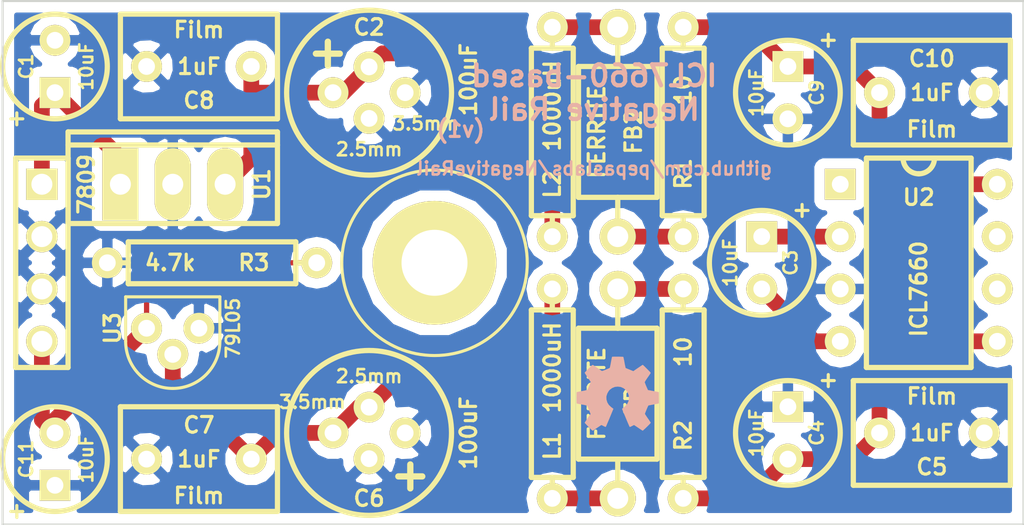
<source format=kicad_pcb>
(kicad_pcb (version 3) (host pcbnew "(2013-07-07 BZR 4022)-stable")

  (general
    (links 42)
    (no_connects 0)
    (area 162.9664 135.839999 214.045001 161.340001)
    (thickness 1.6)
    (drawings 7)
    (tracks 52)
    (zones 0)
    (modules 24)
    (nets 14)
  )

  (page A3)
  (layers
    (15 F.Cu signal)
    (0 B.Cu signal)
    (16 B.Adhes user)
    (17 F.Adhes user)
    (18 B.Paste user)
    (19 F.Paste user)
    (20 B.SilkS user)
    (21 F.SilkS user)
    (22 B.Mask user)
    (23 F.Mask user)
    (24 Dwgs.User user)
    (25 Cmts.User user)
    (26 Eco1.User user)
    (27 Eco2.User user)
    (28 Edge.Cuts user)
  )

  (setup
    (last_trace_width 0.254)
    (user_trace_width 0.508)
    (user_trace_width 0.762)
    (user_trace_width 1.016)
    (trace_clearance 0.254)
    (zone_clearance 0.508)
    (zone_45_only no)
    (trace_min 0.254)
    (segment_width 0.2)
    (edge_width 0.1)
    (via_size 0.889)
    (via_drill 0.635)
    (via_min_size 0.889)
    (via_min_drill 0.508)
    (uvia_size 0.508)
    (uvia_drill 0.127)
    (uvias_allowed no)
    (uvia_min_size 0.508)
    (uvia_min_drill 0.127)
    (pcb_text_width 0.3)
    (pcb_text_size 1.5 1.5)
    (mod_edge_width 0.15)
    (mod_text_size 1 1)
    (mod_text_width 0.15)
    (pad_size 1.5 1.5)
    (pad_drill 0.6)
    (pad_to_mask_clearance 0)
    (aux_axis_origin 0 0)
    (visible_elements 7FFFFFFF)
    (pcbplotparams
      (layerselection 284196865)
      (usegerberextensions true)
      (excludeedgelayer true)
      (linewidth 0.150000)
      (plotframeref false)
      (viasonmask false)
      (mode 1)
      (useauxorigin false)
      (hpglpennumber 1)
      (hpglpenspeed 20)
      (hpglpendiameter 15)
      (hpglpenoverlay 2)
      (psnegative false)
      (psa4output false)
      (plotreference true)
      (plotvalue true)
      (plotothertext true)
      (plotinvisibletext false)
      (padsonsilk false)
      (subtractmaskfromsilk false)
      (outputformat 1)
      (mirror false)
      (drillshape 0)
      (scaleselection 1)
      (outputdirectory gerbers/))
  )

  (net 0 "")
  (net 1 +Vin)
  (net 2 -Vout)
  (net 3 GND)
  (net 4 N-000001)
  (net 5 N-0000013)
  (net 6 N-0000014)
  (net 7 N-0000015)
  (net 8 N-0000016)
  (net 9 N-000002)
  (net 10 N-000003)
  (net 11 N-000004)
  (net 12 N-000008)
  (net 13 N-000009)

  (net_class Default "This is the default net class."
    (clearance 0.254)
    (trace_width 0.254)
    (via_dia 0.889)
    (via_drill 0.635)
    (uvia_dia 0.508)
    (uvia_drill 0.127)
    (add_net "")
    (add_net +Vin)
    (add_net -Vout)
    (add_net GND)
    (add_net N-000001)
    (add_net N-0000013)
    (add_net N-0000014)
    (add_net N-0000015)
    (add_net N-0000016)
    (add_net N-000002)
    (add_net N-000003)
    (add_net N-000004)
    (add_net N-000008)
    (add_net N-000009)
  )

  (module TO-92_U_059A (layer F.Cu) (tedit 53A24DB5) (tstamp 53DD619C)
    (at 173.99 151.765)
    (descr "TO-92 Integrated Circuit")
    (tags DEV)
    (path /53C09B09)
    (fp_text reference U3 (at -4.191 0 90) (layer F.SilkS)
      (effects (font (size 0.762 0.762) (thickness 0.1524)))
    )
    (fp_text value 79L05 (at 1.651 0 90) (layer F.SilkS)
      (effects (font (size 0.635 0.635) (thickness 0.127)))
    )
    (fp_line (start 1.016 0.635) (end 1.016 -1.524) (layer F.SilkS) (width 0.15))
    (fp_line (start 1.016 -1.524) (end -3.556 -1.524) (layer F.SilkS) (width 0.15))
    (fp_line (start -3.556 -1.524) (end -3.556 0.635) (layer F.SilkS) (width 0.15))
    (fp_arc (start -1.27 0.635) (end -1.27 2.921) (angle 90) (layer F.SilkS) (width 0.15))
    (fp_arc (start -1.27 0.635) (end 1.016 0.635) (angle 90) (layer F.SilkS) (width 0.15))
    (pad 1 thru_hole oval (at 0 0) (size 1.4986 1.4986) (drill 0.8128)
      (layers *.Cu *.Mask F.SilkS)
      (net 3 GND)
    )
    (pad 2 thru_hole oval (at -1.27 1.27) (size 1.4986 1.4986) (drill 0.8128)
      (layers *.Cu *.Mask F.SilkS)
      (net 6 N-0000014)
    )
    (pad 3 thru_hole oval (at -2.54 0) (size 1.4986 1.4986) (drill 0.8128)
      (layers *.Cu *.Mask F.SilkS)
      (net 2 -Vout)
    )
    (model to-xxx-packages/to92.wrl
      (at (xyz 0 0 0))
      (scale (xyz 1 1 1))
      (rotate (xyz 0 0 0))
    )
  )

  (module TO-220_V_069C (layer F.Cu) (tedit 53DD7520) (tstamp 53DD61AA)
    (at 170.18 144.78)
    (descr "TO-220, vertical, 0.04\" holes, 0.069\" pads")
    (tags "TR TO220")
    (path /53BB17BA)
    (fp_text reference U1 (at 6.858 0 90) (layer F.SilkS)
      (effects (font (size 0.762 0.762) (thickness 0.1524)))
    )
    (fp_text value 7809 (at -1.651 0 90) (layer F.SilkS)
      (effects (font (size 0.762 0.762) (thickness 0.1524)))
    )
    (fp_line (start -2.54 -1.905) (end -2.54 -2.54) (layer F.SilkS) (width 0.254))
    (fp_line (start -2.54 -2.54) (end 7.62 -2.54) (layer F.SilkS) (width 0.254))
    (fp_line (start 7.62 -2.54) (end 7.62 -1.905) (layer F.SilkS) (width 0.254))
    (fp_line (start -2.54 1.905) (end -2.54 -1.905) (layer F.SilkS) (width 0.254))
    (fp_line (start -2.54 -1.905) (end 7.62 -1.905) (layer F.SilkS) (width 0.254))
    (fp_line (start 7.62 -1.905) (end 7.62 1.905) (layer F.SilkS) (width 0.254))
    (fp_line (start 7.62 1.905) (end -2.54 1.905) (layer F.SilkS) (width 0.254))
    (pad 1 thru_hole rect (at 0 0 90) (size 3.5052 1.7526) (drill 1.016)
      (layers *.Cu *.Mask F.SilkS)
      (net 1 +Vin)
    )
    (pad 2 thru_hole oval (at 2.54 0 90) (size 3.5052 1.7526) (drill 1.016)
      (layers *.Cu *.Mask F.SilkS)
      (net 3 GND)
    )
    (pad 3 thru_hole oval (at 5.08 0 90) (size 3.5052 1.7526) (drill 1.016)
      (layers *.Cu *.Mask F.SilkS)
      (net 11 N-000004)
    )
  )

  (module R_AXIAL_0W25_059A (layer F.Cu) (tedit 53A245D9) (tstamp 53DD61B7)
    (at 179.705 148.59 180)
    (descr "Resistor Axial 1/4W 0.4\"")
    (tags R)
    (path /53DD5A78)
    (autoplace_cost180 10)
    (fp_text reference R3 (at 3.048 0 180) (layer F.SilkS)
      (effects (font (size 0.762 0.762) (thickness 0.1524)))
    )
    (fp_text value 4.7k (at 7.112 0 180) (layer F.SilkS)
      (effects (font (size 0.762 0.762) (thickness 0.1524)))
    )
    (fp_line (start 0 0) (end 1.016 0) (layer F.SilkS) (width 0.254))
    (fp_line (start 1.016 0) (end 1.016 -1.016) (layer F.SilkS) (width 0.254))
    (fp_line (start 1.016 -1.016) (end 9.144 -1.016) (layer F.SilkS) (width 0.254))
    (fp_line (start 9.144 -1.016) (end 9.144 1.016) (layer F.SilkS) (width 0.254))
    (fp_line (start 9.144 1.016) (end 1.016 1.016) (layer F.SilkS) (width 0.254))
    (fp_line (start 1.016 1.016) (end 1.016 0) (layer F.SilkS) (width 0.254))
    (fp_line (start 10.16 0) (end 9.144 0) (layer F.SilkS) (width 0.254))
    (pad 1 thru_hole oval (at 0 0 180) (size 1.4986 1.4986) (drill 0.8128)
      (layers *.Cu *.Mask F.SilkS)
      (net 2 -Vout)
    )
    (pad 2 thru_hole oval (at 10.16 0 180) (size 1.4986 1.4986) (drill 0.8128)
      (layers *.Cu *.Mask F.SilkS)
      (net 3 GND)
    )
    (model discret/resistor.wrl
      (at (xyz 0 0 0))
      (scale (xyz 0.4 0.4 0.4))
      (rotate (xyz 0 0 0))
    )
  )

  (module R_AXIAL_0W25_059A (layer F.Cu) (tedit 53A245D9) (tstamp 53DD61C4)
    (at 197.485 147.32 90)
    (descr "Resistor Axial 1/4W 0.4\"")
    (tags R)
    (path /53DD3576)
    (autoplace_cost180 10)
    (fp_text reference R1 (at 3.048 0 90) (layer F.SilkS)
      (effects (font (size 0.762 0.762) (thickness 0.1524)))
    )
    (fp_text value 10 (at 7.112 0 90) (layer F.SilkS)
      (effects (font (size 0.762 0.762) (thickness 0.1524)))
    )
    (fp_line (start 0 0) (end 1.016 0) (layer F.SilkS) (width 0.254))
    (fp_line (start 1.016 0) (end 1.016 -1.016) (layer F.SilkS) (width 0.254))
    (fp_line (start 1.016 -1.016) (end 9.144 -1.016) (layer F.SilkS) (width 0.254))
    (fp_line (start 9.144 -1.016) (end 9.144 1.016) (layer F.SilkS) (width 0.254))
    (fp_line (start 9.144 1.016) (end 1.016 1.016) (layer F.SilkS) (width 0.254))
    (fp_line (start 1.016 1.016) (end 1.016 0) (layer F.SilkS) (width 0.254))
    (fp_line (start 10.16 0) (end 9.144 0) (layer F.SilkS) (width 0.254))
    (pad 1 thru_hole oval (at 0 0 90) (size 1.4986 1.4986) (drill 0.8128)
      (layers *.Cu *.Mask F.SilkS)
      (net 9 N-000002)
    )
    (pad 2 thru_hole oval (at 10.16 0 90) (size 1.4986 1.4986) (drill 0.8128)
      (layers *.Cu *.Mask F.SilkS)
      (net 5 N-0000013)
    )
    (model discret/resistor.wrl
      (at (xyz 0 0 0))
      (scale (xyz 0.4 0.4 0.4))
      (rotate (xyz 0 0 0))
    )
  )

  (module R_AXIAL_0W25_059A (layer F.Cu) (tedit 53DD749C) (tstamp 53DD61D1)
    (at 191.135 147.32 90)
    (descr "Resistor Axial 1/4W 0.4\"")
    (tags R)
    (path /53DD3551)
    (autoplace_cost180 10)
    (fp_text reference L2 (at 2.54 0 90) (layer F.SilkS)
      (effects (font (size 0.762 0.762) (thickness 0.1524)))
    )
    (fp_text value 1000uH (at 6.35 0 90) (layer F.SilkS)
      (effects (font (size 0.762 0.762) (thickness 0.1524)))
    )
    (fp_line (start 0 0) (end 1.016 0) (layer F.SilkS) (width 0.254))
    (fp_line (start 1.016 0) (end 1.016 -1.016) (layer F.SilkS) (width 0.254))
    (fp_line (start 1.016 -1.016) (end 9.144 -1.016) (layer F.SilkS) (width 0.254))
    (fp_line (start 9.144 -1.016) (end 9.144 1.016) (layer F.SilkS) (width 0.254))
    (fp_line (start 9.144 1.016) (end 1.016 1.016) (layer F.SilkS) (width 0.254))
    (fp_line (start 1.016 1.016) (end 1.016 0) (layer F.SilkS) (width 0.254))
    (fp_line (start 10.16 0) (end 9.144 0) (layer F.SilkS) (width 0.254))
    (pad 1 thru_hole oval (at 0 0 90) (size 1.4986 1.4986) (drill 0.8128)
      (layers *.Cu *.Mask F.SilkS)
      (net 11 N-000004)
    )
    (pad 2 thru_hole oval (at 10.16 0 90) (size 1.4986 1.4986) (drill 0.8128)
      (layers *.Cu *.Mask F.SilkS)
      (net 4 N-000001)
    )
    (model discret/resistor.wrl
      (at (xyz 0 0 0))
      (scale (xyz 0.4 0.4 0.4))
      (rotate (xyz 0 0 0))
    )
  )

  (module R_AXIAL_0W25_059A (layer F.Cu) (tedit 53A245D9) (tstamp 53DD61DE)
    (at 197.485 160.02 90)
    (descr "Resistor Axial 1/4W 0.4\"")
    (tags R)
    (path /53DD2DBC)
    (autoplace_cost180 10)
    (fp_text reference R2 (at 3.048 0 90) (layer F.SilkS)
      (effects (font (size 0.762 0.762) (thickness 0.1524)))
    )
    (fp_text value 10 (at 7.112 0 90) (layer F.SilkS)
      (effects (font (size 0.762 0.762) (thickness 0.1524)))
    )
    (fp_line (start 0 0) (end 1.016 0) (layer F.SilkS) (width 0.254))
    (fp_line (start 1.016 0) (end 1.016 -1.016) (layer F.SilkS) (width 0.254))
    (fp_line (start 1.016 -1.016) (end 9.144 -1.016) (layer F.SilkS) (width 0.254))
    (fp_line (start 9.144 -1.016) (end 9.144 1.016) (layer F.SilkS) (width 0.254))
    (fp_line (start 9.144 1.016) (end 1.016 1.016) (layer F.SilkS) (width 0.254))
    (fp_line (start 1.016 1.016) (end 1.016 0) (layer F.SilkS) (width 0.254))
    (fp_line (start 10.16 0) (end 9.144 0) (layer F.SilkS) (width 0.254))
    (pad 1 thru_hole oval (at 0 0 90) (size 1.4986 1.4986) (drill 0.8128)
      (layers *.Cu *.Mask F.SilkS)
      (net 8 N-0000016)
    )
    (pad 2 thru_hole oval (at 10.16 0 90) (size 1.4986 1.4986) (drill 0.8128)
      (layers *.Cu *.Mask F.SilkS)
      (net 10 N-000003)
    )
    (model discret/resistor.wrl
      (at (xyz 0 0 0))
      (scale (xyz 0.4 0.4 0.4))
      (rotate (xyz 0 0 0))
    )
  )

  (module R_AXIAL_0W25_059A (layer F.Cu) (tedit 53DD748F) (tstamp 53DD61EB)
    (at 191.135 160.02 90)
    (descr "Resistor Axial 1/4W 0.4\"")
    (tags R)
    (path /53BB2EA6)
    (autoplace_cost180 10)
    (fp_text reference L1 (at 2.54 0 90) (layer F.SilkS)
      (effects (font (size 0.762 0.762) (thickness 0.1524)))
    )
    (fp_text value 1000uH (at 6.35 0 90) (layer F.SilkS)
      (effects (font (size 0.762 0.762) (thickness 0.1524)))
    )
    (fp_line (start 0 0) (end 1.016 0) (layer F.SilkS) (width 0.254))
    (fp_line (start 1.016 0) (end 1.016 -1.016) (layer F.SilkS) (width 0.254))
    (fp_line (start 1.016 -1.016) (end 9.144 -1.016) (layer F.SilkS) (width 0.254))
    (fp_line (start 9.144 -1.016) (end 9.144 1.016) (layer F.SilkS) (width 0.254))
    (fp_line (start 9.144 1.016) (end 1.016 1.016) (layer F.SilkS) (width 0.254))
    (fp_line (start 1.016 1.016) (end 1.016 0) (layer F.SilkS) (width 0.254))
    (fp_line (start 10.16 0) (end 9.144 0) (layer F.SilkS) (width 0.254))
    (pad 1 thru_hole oval (at 0 0 90) (size 1.4986 1.4986) (drill 0.8128)
      (layers *.Cu *.Mask F.SilkS)
      (net 7 N-0000015)
    )
    (pad 2 thru_hole oval (at 10.16 0 90) (size 1.4986 1.4986) (drill 0.8128)
      (layers *.Cu *.Mask F.SilkS)
      (net 6 N-0000014)
    )
    (model discret/resistor.wrl
      (at (xyz 0 0 0))
      (scale (xyz 0.4 0.4 0.4))
      (rotate (xyz 0 0 0))
    )
  )

  (module PIN_ARRAY_4x1 (layer F.Cu) (tedit 53DD7575) (tstamp 53DD61F7)
    (at 166.37 148.59 270)
    (descr "Double rangee de contacts 2 x 5 pins")
    (tags CONN)
    (path /53DD5C16)
    (fp_text reference P1 (at 0 -2.54 270) (layer F.SilkS) hide
      (effects (font (size 1.016 1.016) (thickness 0.2032)))
    )
    (fp_text value CONN_4 (at 0 2.54 270) (layer F.SilkS) hide
      (effects (font (size 1.016 1.016) (thickness 0.2032)))
    )
    (fp_line (start 5.08 1.27) (end -5.08 1.27) (layer F.SilkS) (width 0.254))
    (fp_line (start 5.08 -1.27) (end -5.08 -1.27) (layer F.SilkS) (width 0.254))
    (fp_line (start -5.08 -1.27) (end -5.08 1.27) (layer F.SilkS) (width 0.254))
    (fp_line (start 5.08 1.27) (end 5.08 -1.27) (layer F.SilkS) (width 0.254))
    (pad 1 thru_hole rect (at -3.81 0 270) (size 1.524 1.524) (drill 1.016)
      (layers *.Cu *.Mask F.SilkS)
      (net 1 +Vin)
    )
    (pad 2 thru_hole circle (at -1.27 0 270) (size 1.524 1.524) (drill 1.016)
      (layers *.Cu *.Mask F.SilkS)
      (net 3 GND)
    )
    (pad 3 thru_hole circle (at 1.27 0 270) (size 1.524 1.524) (drill 1.016)
      (layers *.Cu *.Mask F.SilkS)
      (net 3 GND)
    )
    (pad 4 thru_hole circle (at 3.81 0 270) (size 1.524 1.524) (drill 1.016)
      (layers *.Cu *.Mask F.SilkS)
      (net 2 -Vout)
    )
    (model pin_array\pins_array_4x1.wrl
      (at (xyz 0 0 0))
      (scale (xyz 1 1 1))
      (rotate (xyz 0 0 0))
    )
  )

  (module MedCap (layer F.Cu) (tedit 53DD753F) (tstamp 53DD6203)
    (at 182.245 156.845 180)
    (path /53BB2EB3)
    (fp_text reference C6 (at 0 -3.175 180) (layer F.SilkS)
      (effects (font (size 0.762 0.762) (thickness 0.1524)))
    )
    (fp_text value 100uF (at -4.826 0 270) (layer F.SilkS)
      (effects (font (size 0.762 0.762) (thickness 0.1524)))
    )
    (fp_circle (center 0 0) (end -4 0) (layer F.SilkS) (width 0.254))
    (fp_text user 3.5mm (at 2.75 1.5 180) (layer F.SilkS)
      (effects (font (size 0.635 0.635) (thickness 0.127)))
    )
    (fp_text user 2.5mm (at 0 2.75 180) (layer F.SilkS)
      (effects (font (size 0.635 0.635) (thickness 0.127)))
    )
    (fp_text user + (at -2 -2 180) (layer F.SilkS)
      (effects (font (size 1.524 1.524) (thickness 0.3048)))
    )
    (pad 2 thru_hole circle (at 0 1.25 180) (size 1.4986 1.4986) (drill 0.8128)
      (layers *.Cu *.Mask F.SilkS)
      (net 6 N-0000014)
    )
    (pad 1 thru_hole circle (at -1.75 0 180) (size 1.4986 1.4986) (drill 0.8128)
      (layers *.Cu *.Mask F.SilkS)
      (net 3 GND)
    )
    (pad 2 thru_hole circle (at 1.75 0 180) (size 1.4986 1.4986) (drill 0.8128)
      (layers *.Cu *.Mask F.SilkS)
      (net 6 N-0000014)
    )
    (pad 1 thru_hole circle (at 0 -1.25 180) (size 1.4986 1.4986) (drill 0.8128)
      (layers *.Cu *.Mask F.SilkS)
      (net 3 GND)
    )
  )

  (module MedCap (layer F.Cu) (tedit 53DD7554) (tstamp 53DD620F)
    (at 182.245 140.335)
    (path /53DD352C)
    (fp_text reference C2 (at 0 -3.175) (layer F.SilkS)
      (effects (font (size 0.762 0.762) (thickness 0.1524)))
    )
    (fp_text value 100uF (at 4.826 -0.635 90) (layer F.SilkS)
      (effects (font (size 0.762 0.762) (thickness 0.1524)))
    )
    (fp_circle (center 0 0) (end -4 0) (layer F.SilkS) (width 0.254))
    (fp_text user 3.5mm (at 2.75 1.5) (layer F.SilkS)
      (effects (font (size 0.635 0.635) (thickness 0.127)))
    )
    (fp_text user 2.5mm (at 0 2.75) (layer F.SilkS)
      (effects (font (size 0.635 0.635) (thickness 0.127)))
    )
    (fp_text user + (at -2 -2) (layer F.SilkS)
      (effects (font (size 1.524 1.524) (thickness 0.3048)))
    )
    (pad 2 thru_hole circle (at 0 1.25) (size 1.4986 1.4986) (drill 0.8128)
      (layers *.Cu *.Mask F.SilkS)
      (net 3 GND)
    )
    (pad 1 thru_hole circle (at -1.75 0) (size 1.4986 1.4986) (drill 0.8128)
      (layers *.Cu *.Mask F.SilkS)
      (net 11 N-000004)
    )
    (pad 2 thru_hole circle (at 1.75 0) (size 1.4986 1.4986) (drill 0.8128)
      (layers *.Cu *.Mask F.SilkS)
      (net 3 GND)
    )
    (pad 1 thru_hole circle (at 0 -1.25) (size 1.4986 1.4986) (drill 0.8128)
      (layers *.Cu *.Mask F.SilkS)
      (net 11 N-000004)
    )
  )

  (module FERRITE_AXIAL_04_069A (layer F.Cu) (tedit 53DD7407) (tstamp 53DD621C)
    (at 194.31 154.94 270)
    (path /53BB256B)
    (fp_text reference FB1 (at 0 -0.762 270) (layer F.SilkS)
      (effects (font (size 0.762 0.762) (thickness 0.1524)))
    )
    (fp_text value FERRITE (at 0 1.016 270) (layer F.SilkS)
      (effects (font (size 0.762 0.762) (thickness 0.1524)))
    )
    (fp_line (start -3.175 1.905) (end 3.175 1.905) (layer F.SilkS) (width 0.254))
    (fp_line (start -3.175 -1.905) (end 3.175 -1.905) (layer F.SilkS) (width 0.254))
    (fp_line (start -3.175 0) (end -3.175 -1.905) (layer F.SilkS) (width 0.254))
    (fp_line (start 3.175 -1.905) (end 3.175 1.905) (layer F.SilkS) (width 0.254))
    (fp_line (start -3.175 1.905) (end -3.175 0) (layer F.SilkS) (width 0.254))
    (fp_line (start 5.08 0) (end 3.175 0) (layer F.SilkS) (width 0.254))
    (fp_line (start -5.08 0) (end -3.175 0) (layer F.SilkS) (width 0.254))
    (pad 1 thru_hole circle (at -5.08 0 270) (size 1.7526 1.7526) (drill 1.016)
      (layers *.Cu *.Mask F.SilkS)
      (net 10 N-000003)
    )
    (pad 2 thru_hole circle (at 5.08 0 270) (size 1.7526 1.7526) (drill 1.016)
      (layers *.Cu *.Mask F.SilkS)
      (net 7 N-0000015)
    )
  )

  (module FERRITE_AXIAL_04_069A (layer F.Cu) (tedit 53DD7413) (tstamp 53DD6229)
    (at 194.31 142.24 270)
    (path /53DD353C)
    (fp_text reference FB2 (at 0 -0.762 270) (layer F.SilkS)
      (effects (font (size 0.762 0.762) (thickness 0.1524)))
    )
    (fp_text value FERRITE (at 0 1.016 270) (layer F.SilkS)
      (effects (font (size 0.762 0.762) (thickness 0.1524)))
    )
    (fp_line (start -3.175 1.905) (end 3.175 1.905) (layer F.SilkS) (width 0.254))
    (fp_line (start -3.175 -1.905) (end 3.175 -1.905) (layer F.SilkS) (width 0.254))
    (fp_line (start -3.175 0) (end -3.175 -1.905) (layer F.SilkS) (width 0.254))
    (fp_line (start 3.175 -1.905) (end 3.175 1.905) (layer F.SilkS) (width 0.254))
    (fp_line (start -3.175 1.905) (end -3.175 0) (layer F.SilkS) (width 0.254))
    (fp_line (start 5.08 0) (end 3.175 0) (layer F.SilkS) (width 0.254))
    (fp_line (start -5.08 0) (end -3.175 0) (layer F.SilkS) (width 0.254))
    (pad 1 thru_hole circle (at -5.08 0 270) (size 1.7526 1.7526) (drill 1.016)
      (layers *.Cu *.Mask F.SilkS)
      (net 4 N-000001)
    )
    (pad 2 thru_hole circle (at 5.08 0 270) (size 1.7526 1.7526) (drill 1.016)
      (layers *.Cu *.Mask F.SilkS)
      (net 9 N-000002)
    )
  )

  (module ELCAP_10_20_V_059A (layer F.Cu) (tedit 53A23F6E) (tstamp 53DD6231)
    (at 167.005 159.385 90)
    (descr "Electrolytic Capacitor, vertical, 0.1\" pins, 0.2\" body")
    (tags CP)
    (path /53C09B1D)
    (fp_text reference C11 (at 1.27 -1.397 90) (layer F.SilkS)
      (effects (font (size 0.635 0.635) (thickness 0.127)))
    )
    (fp_text value 10uF (at 1.27 1.524 90) (layer F.SilkS)
      (effects (font (size 0.635 0.635) (thickness 0.127)))
    )
    (fp_text user + (at -1.27 -1.905 90) (layer F.SilkS)
      (effects (font (size 0.762 0.762) (thickness 0.1524)))
    )
    (fp_circle (center 1.27 0) (end 3.81 0) (layer F.SilkS) (width 0.254))
    (pad 1 thru_hole rect (at 0 0 90) (size 1.4986 1.4986) (drill 0.8128)
      (layers *.Cu *.Mask F.SilkS)
      (net 3 GND)
    )
    (pad 2 thru_hole oval (at 2.54 0 90) (size 1.4986 1.4986) (drill 0.8128)
      (layers *.Cu *.Mask F.SilkS)
      (net 2 -Vout)
    )
    (model discret/c_vert_c2v10.wrl
      (at (xyz 0 0 0))
      (scale (xyz 1 1 1))
      (rotate (xyz 0 0 0))
    )
  )

  (module ELCAP_10_20_V_059A (layer F.Cu) (tedit 53A23F6E) (tstamp 53DD6239)
    (at 202.565 155.575 270)
    (descr "Electrolytic Capacitor, vertical, 0.1\" pins, 0.2\" body")
    (tags CP)
    (path /53BB240F)
    (fp_text reference C4 (at 1.27 -1.397 270) (layer F.SilkS)
      (effects (font (size 0.635 0.635) (thickness 0.127)))
    )
    (fp_text value 10uF (at 1.27 1.524 270) (layer F.SilkS)
      (effects (font (size 0.635 0.635) (thickness 0.127)))
    )
    (fp_text user + (at -1.27 -1.905 270) (layer F.SilkS)
      (effects (font (size 0.762 0.762) (thickness 0.1524)))
    )
    (fp_circle (center 1.27 0) (end 3.81 0) (layer F.SilkS) (width 0.254))
    (pad 1 thru_hole rect (at 0 0 270) (size 1.4986 1.4986) (drill 0.8128)
      (layers *.Cu *.Mask F.SilkS)
      (net 3 GND)
    )
    (pad 2 thru_hole oval (at 2.54 0 270) (size 1.4986 1.4986) (drill 0.8128)
      (layers *.Cu *.Mask F.SilkS)
      (net 8 N-0000016)
    )
    (model discret/c_vert_c2v10.wrl
      (at (xyz 0 0 0))
      (scale (xyz 1 1 1))
      (rotate (xyz 0 0 0))
    )
  )

  (module ELCAP_10_20_V_059A (layer F.Cu) (tedit 53A23F6E) (tstamp 53DD6241)
    (at 202.565 139.065 270)
    (descr "Electrolytic Capacitor, vertical, 0.1\" pins, 0.2\" body")
    (tags CP)
    (path /53DD3557)
    (fp_text reference C9 (at 1.27 -1.397 270) (layer F.SilkS)
      (effects (font (size 0.635 0.635) (thickness 0.127)))
    )
    (fp_text value 10uF (at 1.27 1.524 270) (layer F.SilkS)
      (effects (font (size 0.635 0.635) (thickness 0.127)))
    )
    (fp_text user + (at -1.27 -1.905 270) (layer F.SilkS)
      (effects (font (size 0.762 0.762) (thickness 0.1524)))
    )
    (fp_circle (center 1.27 0) (end 3.81 0) (layer F.SilkS) (width 0.254))
    (pad 1 thru_hole rect (at 0 0 270) (size 1.4986 1.4986) (drill 0.8128)
      (layers *.Cu *.Mask F.SilkS)
      (net 5 N-0000013)
    )
    (pad 2 thru_hole oval (at 2.54 0 270) (size 1.4986 1.4986) (drill 0.8128)
      (layers *.Cu *.Mask F.SilkS)
      (net 3 GND)
    )
    (model discret/c_vert_c2v10.wrl
      (at (xyz 0 0 0))
      (scale (xyz 1 1 1))
      (rotate (xyz 0 0 0))
    )
  )

  (module ELCAP_10_20_V_059A (layer F.Cu) (tedit 53A23F6E) (tstamp 53DD6249)
    (at 201.295 147.32 270)
    (descr "Electrolytic Capacitor, vertical, 0.1\" pins, 0.2\" body")
    (tags CP)
    (path /53BB23C8)
    (fp_text reference C3 (at 1.27 -1.397 270) (layer F.SilkS)
      (effects (font (size 0.635 0.635) (thickness 0.127)))
    )
    (fp_text value 10uF (at 1.27 1.524 270) (layer F.SilkS)
      (effects (font (size 0.635 0.635) (thickness 0.127)))
    )
    (fp_text user + (at -1.27 -1.905 270) (layer F.SilkS)
      (effects (font (size 0.762 0.762) (thickness 0.1524)))
    )
    (fp_circle (center 1.27 0) (end 3.81 0) (layer F.SilkS) (width 0.254))
    (pad 1 thru_hole rect (at 0 0 270) (size 1.4986 1.4986) (drill 0.8128)
      (layers *.Cu *.Mask F.SilkS)
      (net 13 N-000009)
    )
    (pad 2 thru_hole oval (at 2.54 0 270) (size 1.4986 1.4986) (drill 0.8128)
      (layers *.Cu *.Mask F.SilkS)
      (net 12 N-000008)
    )
    (model discret/c_vert_c2v10.wrl
      (at (xyz 0 0 0))
      (scale (xyz 1 1 1))
      (rotate (xyz 0 0 0))
    )
  )

  (module ELCAP_10_20_V_059A (layer F.Cu) (tedit 53A23F6E) (tstamp 53DD6251)
    (at 167.005 140.335 90)
    (descr "Electrolytic Capacitor, vertical, 0.1\" pins, 0.2\" body")
    (tags CP)
    (path /53BB17CE)
    (fp_text reference C1 (at 1.27 -1.397 90) (layer F.SilkS)
      (effects (font (size 0.635 0.635) (thickness 0.127)))
    )
    (fp_text value 10uF (at 1.27 1.524 90) (layer F.SilkS)
      (effects (font (size 0.635 0.635) (thickness 0.127)))
    )
    (fp_text user + (at -1.27 -1.905 90) (layer F.SilkS)
      (effects (font (size 0.762 0.762) (thickness 0.1524)))
    )
    (fp_circle (center 1.27 0) (end 3.81 0) (layer F.SilkS) (width 0.254))
    (pad 1 thru_hole rect (at 0 0 90) (size 1.4986 1.4986) (drill 0.8128)
      (layers *.Cu *.Mask F.SilkS)
      (net 1 +Vin)
    )
    (pad 2 thru_hole oval (at 2.54 0 90) (size 1.4986 1.4986) (drill 0.8128)
      (layers *.Cu *.Mask F.SilkS)
      (net 3 GND)
    )
    (model discret/c_vert_c2v10.wrl
      (at (xyz 0 0 0))
      (scale (xyz 1 1 1))
      (rotate (xyz 0 0 0))
    )
  )

  (module DIP8_059A (layer F.Cu) (tedit 53A23991) (tstamp 53DD6263)
    (at 205.105 144.78 270)
    (descr "8-lead DIP package")
    (tags DIP)
    (path /53BB23AF)
    (fp_text reference U2 (at 0.635 -3.81 360) (layer F.SilkS)
      (effects (font (size 0.762 0.762) (thickness 0.1524)))
    )
    (fp_text value ICL7660 (at 5.08 -3.81 270) (layer F.SilkS)
      (effects (font (size 0.762 0.762) (thickness 0.1524)))
    )
    (fp_arc (start -1.27 -3.81) (end -1.27 -4.572) (angle 90) (layer F.SilkS) (width 0.254))
    (fp_arc (start -1.27 -3.81) (end -0.508 -3.81) (angle 90) (layer F.SilkS) (width 0.254))
    (fp_line (start -1.27 -6.35) (end 8.89 -6.35) (layer F.SilkS) (width 0.254))
    (fp_line (start 8.89 -6.35) (end 8.89 -1.27) (layer F.SilkS) (width 0.254))
    (fp_line (start 8.89 -1.27) (end -1.27 -1.27) (layer F.SilkS) (width 0.254))
    (fp_line (start -1.27 -1.27) (end -1.27 -6.35) (layer F.SilkS) (width 0.254))
    (pad 1 thru_hole rect (at 0 0 270) (size 1.4986 1.4986) (drill 0.8128)
      (layers *.Cu *.Mask F.SilkS)
    )
    (pad 2 thru_hole oval (at 2.54 0 270) (size 1.4986 1.4986) (drill 0.8128)
      (layers *.Cu *.Mask F.SilkS)
      (net 13 N-000009)
    )
    (pad 3 thru_hole oval (at 5.08 0 270) (size 1.4986 1.4986) (drill 0.8128)
      (layers *.Cu *.Mask F.SilkS)
      (net 3 GND)
    )
    (pad 4 thru_hole oval (at 7.62 0 270) (size 1.4986 1.4986) (drill 0.8128)
      (layers *.Cu *.Mask F.SilkS)
      (net 12 N-000008)
    )
    (pad 5 thru_hole oval (at 7.62 -7.62 270) (size 1.4986 1.4986) (drill 0.8128)
      (layers *.Cu *.Mask F.SilkS)
      (net 8 N-0000016)
    )
    (pad 6 thru_hole oval (at 5.08 -7.62 270) (size 1.4986 1.4986) (drill 0.8128)
      (layers *.Cu *.Mask F.SilkS)
    )
    (pad 8 thru_hole oval (at 0 -7.62 270) (size 1.4986 1.4986) (drill 0.8128)
      (layers *.Cu *.Mask F.SilkS)
      (net 5 N-0000013)
    )
    (pad 7 thru_hole oval (at 2.54 -7.62 270) (size 1.4986 1.4986) (drill 0.8128)
      (layers *.Cu *.Mask F.SilkS)
    )
    (model dil/dil_8.wrl
      (at (xyz 0 0 0))
      (scale (xyz 1 1 1))
      (rotate (xyz 0 0 0))
    )
  )

  (module BOXCAP_02_03_02_059A (layer F.Cu) (tedit 53B70AF0) (tstamp 53DD626E)
    (at 173.99 158.115)
    (descr "Film Capacitor, 0.2\" pin spacing")
    (tags C)
    (path /53BB2EC0)
    (fp_text reference C7 (at 0 -1.651) (layer F.SilkS)
      (effects (font (size 0.762 0.762) (thickness 0.1524)))
    )
    (fp_text value 1uF (at 0 0) (layer F.SilkS)
      (effects (font (size 0.762 0.762) (thickness 0.1524)))
    )
    (fp_text user Film (at 0 1.778) (layer F.SilkS)
      (effects (font (size 0.762 0.762) (thickness 0.1524)))
    )
    (fp_line (start 3.81 -2.54) (end 3.81 2.54) (layer F.SilkS) (width 0.254))
    (fp_line (start 3.81 2.54) (end -3.81 2.54) (layer F.SilkS) (width 0.254))
    (fp_line (start -3.81 2.54) (end -3.81 -2.54) (layer F.SilkS) (width 0.254))
    (fp_line (start -3.81 -2.54) (end 3.81 -2.54) (layer F.SilkS) (width 0.254))
    (pad 1 thru_hole circle (at -2.54 0) (size 1.4986 1.4986) (drill 0.8128)
      (layers *.Cu *.Mask F.SilkS)
      (net 3 GND)
    )
    (pad 2 thru_hole circle (at 2.54 0) (size 1.4986 1.4986) (drill 0.8128)
      (layers *.Cu *.Mask F.SilkS)
      (net 6 N-0000014)
    )
    (model discret/capa_2pas_5x5mm.wrl
      (at (xyz 0 0 0))
      (scale (xyz 1 1 1))
      (rotate (xyz 0 0 0))
    )
  )

  (module BOXCAP_02_03_02_059A (layer F.Cu) (tedit 53B70AF0) (tstamp 53DD6279)
    (at 209.55 156.845 180)
    (descr "Film Capacitor, 0.2\" pin spacing")
    (tags C)
    (path /53BB2746)
    (fp_text reference C5 (at 0 -1.651 180) (layer F.SilkS)
      (effects (font (size 0.762 0.762) (thickness 0.1524)))
    )
    (fp_text value 1uF (at 0 0 180) (layer F.SilkS)
      (effects (font (size 0.762 0.762) (thickness 0.1524)))
    )
    (fp_text user Film (at 0 1.778 180) (layer F.SilkS)
      (effects (font (size 0.762 0.762) (thickness 0.1524)))
    )
    (fp_line (start 3.81 -2.54) (end 3.81 2.54) (layer F.SilkS) (width 0.254))
    (fp_line (start 3.81 2.54) (end -3.81 2.54) (layer F.SilkS) (width 0.254))
    (fp_line (start -3.81 2.54) (end -3.81 -2.54) (layer F.SilkS) (width 0.254))
    (fp_line (start -3.81 -2.54) (end 3.81 -2.54) (layer F.SilkS) (width 0.254))
    (pad 1 thru_hole circle (at -2.54 0 180) (size 1.4986 1.4986) (drill 0.8128)
      (layers *.Cu *.Mask F.SilkS)
      (net 3 GND)
    )
    (pad 2 thru_hole circle (at 2.54 0 180) (size 1.4986 1.4986) (drill 0.8128)
      (layers *.Cu *.Mask F.SilkS)
      (net 8 N-0000016)
    )
    (model discret/capa_2pas_5x5mm.wrl
      (at (xyz 0 0 0))
      (scale (xyz 1 1 1))
      (rotate (xyz 0 0 0))
    )
  )

  (module BOXCAP_02_03_02_059A (layer F.Cu) (tedit 53B70AF0) (tstamp 53DD6284)
    (at 173.99 139.065 180)
    (descr "Film Capacitor, 0.2\" pin spacing")
    (tags C)
    (path /53DD3542)
    (fp_text reference C8 (at 0 -1.651 180) (layer F.SilkS)
      (effects (font (size 0.762 0.762) (thickness 0.1524)))
    )
    (fp_text value 1uF (at 0 0 180) (layer F.SilkS)
      (effects (font (size 0.762 0.762) (thickness 0.1524)))
    )
    (fp_text user Film (at 0 1.778 180) (layer F.SilkS)
      (effects (font (size 0.762 0.762) (thickness 0.1524)))
    )
    (fp_line (start 3.81 -2.54) (end 3.81 2.54) (layer F.SilkS) (width 0.254))
    (fp_line (start 3.81 2.54) (end -3.81 2.54) (layer F.SilkS) (width 0.254))
    (fp_line (start -3.81 2.54) (end -3.81 -2.54) (layer F.SilkS) (width 0.254))
    (fp_line (start -3.81 -2.54) (end 3.81 -2.54) (layer F.SilkS) (width 0.254))
    (pad 1 thru_hole circle (at -2.54 0 180) (size 1.4986 1.4986) (drill 0.8128)
      (layers *.Cu *.Mask F.SilkS)
      (net 11 N-000004)
    )
    (pad 2 thru_hole circle (at 2.54 0 180) (size 1.4986 1.4986) (drill 0.8128)
      (layers *.Cu *.Mask F.SilkS)
      (net 3 GND)
    )
    (model discret/capa_2pas_5x5mm.wrl
      (at (xyz 0 0 0))
      (scale (xyz 1 1 1))
      (rotate (xyz 0 0 0))
    )
  )

  (module BOXCAP_02_03_02_059A (layer F.Cu) (tedit 53B70AF0) (tstamp 53DD628F)
    (at 209.55 140.335)
    (descr "Film Capacitor, 0.2\" pin spacing")
    (tags C)
    (path /53DD3564)
    (fp_text reference C10 (at 0 -1.651) (layer F.SilkS)
      (effects (font (size 0.762 0.762) (thickness 0.1524)))
    )
    (fp_text value 1uF (at 0 0) (layer F.SilkS)
      (effects (font (size 0.762 0.762) (thickness 0.1524)))
    )
    (fp_text user Film (at 0 1.778) (layer F.SilkS)
      (effects (font (size 0.762 0.762) (thickness 0.1524)))
    )
    (fp_line (start 3.81 -2.54) (end 3.81 2.54) (layer F.SilkS) (width 0.254))
    (fp_line (start 3.81 2.54) (end -3.81 2.54) (layer F.SilkS) (width 0.254))
    (fp_line (start -3.81 2.54) (end -3.81 -2.54) (layer F.SilkS) (width 0.254))
    (fp_line (start -3.81 -2.54) (end 3.81 -2.54) (layer F.SilkS) (width 0.254))
    (pad 1 thru_hole circle (at -2.54 0) (size 1.4986 1.4986) (drill 0.8128)
      (layers *.Cu *.Mask F.SilkS)
      (net 5 N-0000013)
    )
    (pad 2 thru_hole circle (at 2.54 0) (size 1.4986 1.4986) (drill 0.8128)
      (layers *.Cu *.Mask F.SilkS)
      (net 3 GND)
    )
    (model discret/capa_2pas_5x5mm.wrl
      (at (xyz 0 0 0))
      (scale (xyz 1 1 1))
      (rotate (xyz 0 0 0))
    )
  )

  (module hole_M3 (layer F.Cu) (tedit 532CF1F1) (tstamp 53DDD12B)
    (at 185.42 148.59)
    (descr "M3 mounting hole")
    (path 1pin)
    (fp_text reference H*** (at 0 -3.048) (layer F.SilkS) hide
      (effects (font (size 1.016 1.016) (thickness 0.254)))
    )
    (fp_text value Val** (at 0 2.794) (layer F.SilkS) hide
      (effects (font (size 1.016 1.016) (thickness 0.254)))
    )
    (fp_circle (center 0 0) (end 4.5 0) (layer F.SilkS) (width 0.15))
    (pad 1 thru_hole circle (at 0 0) (size 6 6) (drill 3.2)
      (layers *.Cu *.Mask F.SilkS)
    )
  )

  (module OSHW-logo_silkscreen-back_4mm (layer F.Cu) (tedit 0) (tstamp 53DE2085)
    (at 194.31 154.94)
    (fp_text reference G*** (at 0 2.1209) (layer B.SilkS) hide
      (effects (font (size 0.18034 0.18034) (thickness 0.03556)))
    )
    (fp_text value OSHW-logo_silkscreen-back_4mm (at 0 -2.1209) (layer B.SilkS) hide
      (effects (font (size 0.18034 0.18034) (thickness 0.03556)))
    )
    (fp_poly (pts (xy 1.21158 1.79578) (xy 1.19126 1.78562) (xy 1.143 1.75514) (xy 1.07696 1.71196)
      (xy 0.99822 1.65862) (xy 0.91948 1.60528) (xy 0.85344 1.5621) (xy 0.80772 1.53162)
      (xy 0.78994 1.52146) (xy 0.77978 1.524) (xy 0.74168 1.54432) (xy 0.6858 1.57226)
      (xy 0.65532 1.5875) (xy 0.60452 1.61036) (xy 0.57912 1.61544) (xy 0.57658 1.60782)
      (xy 0.55626 1.56972) (xy 0.52832 1.50368) (xy 0.49022 1.41732) (xy 0.44704 1.31572)
      (xy 0.40132 1.2065) (xy 0.3556 1.09474) (xy 0.30988 0.98806) (xy 0.27178 0.89154)
      (xy 0.23876 0.81534) (xy 0.21844 0.75946) (xy 0.21082 0.7366) (xy 0.21336 0.73152)
      (xy 0.23876 0.70866) (xy 0.28194 0.67564) (xy 0.37846 0.5969) (xy 0.4699 0.48006)
      (xy 0.52832 0.34798) (xy 0.5461 0.20066) (xy 0.53086 0.06604) (xy 0.47752 -0.0635)
      (xy 0.38608 -0.18288) (xy 0.27432 -0.26924) (xy 0.14478 -0.32512) (xy 0 -0.3429)
      (xy -0.1397 -0.32766) (xy -0.27178 -0.27432) (xy -0.39116 -0.18542) (xy -0.43942 -0.127)
      (xy -0.508 -0.00762) (xy -0.54864 0.11938) (xy -0.55118 0.14986) (xy -0.5461 0.2921)
      (xy -0.50546 0.42672) (xy -0.4318 0.5461) (xy -0.32766 0.64516) (xy -0.31496 0.65532)
      (xy -0.2667 0.69088) (xy -0.23622 0.71374) (xy -0.21082 0.73406) (xy -0.38862 1.16586)
      (xy -0.41656 1.23444) (xy -0.46736 1.35128) (xy -0.51054 1.45288) (xy -0.54356 1.53416)
      (xy -0.56896 1.5875) (xy -0.57912 1.61036) (xy -0.57912 1.61036) (xy -0.59436 1.6129)
      (xy -0.62738 1.6002) (xy -0.68834 1.57226) (xy -0.72898 1.55194) (xy -0.7747 1.52908)
      (xy -0.79502 1.52146) (xy -0.8128 1.53162) (xy -0.85598 1.55956) (xy -0.91948 1.60274)
      (xy -0.99568 1.65354) (xy -1.06934 1.70434) (xy -1.13792 1.75006) (xy -1.18618 1.78054)
      (xy -1.21158 1.79324) (xy -1.21412 1.79324) (xy -1.23444 1.78054) (xy -1.27508 1.75006)
      (xy -1.3335 1.69418) (xy -1.41478 1.6129) (xy -1.42748 1.6002) (xy -1.49606 1.52908)
      (xy -1.55194 1.47066) (xy -1.59004 1.43002) (xy -1.60274 1.41224) (xy -1.60274 1.41224)
      (xy -1.59004 1.38684) (xy -1.55956 1.33858) (xy -1.51384 1.27) (xy -1.4605 1.19126)
      (xy -1.31826 0.98298) (xy -1.397 0.7874) (xy -1.41986 0.72898) (xy -1.45034 0.65532)
      (xy -1.4732 0.60452) (xy -1.4859 0.58166) (xy -1.50622 0.57404) (xy -1.55956 0.56134)
      (xy -1.6383 0.54356) (xy -1.72974 0.52832) (xy -1.81864 0.51054) (xy -1.89738 0.4953)
      (xy -1.9558 0.48514) (xy -1.9812 0.48006) (xy -1.98628 0.47498) (xy -1.99136 0.46228)
      (xy -1.99644 0.43688) (xy -1.99644 0.38862) (xy -1.99898 0.31242) (xy -1.99898 0.20066)
      (xy -1.99898 0.1905) (xy -1.99644 0.08382) (xy -1.99644 0) (xy -1.9939 -0.05334)
      (xy -1.98882 -0.07366) (xy -1.98882 -0.07366) (xy -1.96342 -0.08128) (xy -1.90754 -0.09144)
      (xy -1.8288 -0.10922) (xy -1.73228 -0.127) (xy -1.7272 -0.127) (xy -1.63322 -0.14478)
      (xy -1.55448 -0.16256) (xy -1.4986 -0.17526) (xy -1.47574 -0.18288) (xy -1.47066 -0.18796)
      (xy -1.45034 -0.22606) (xy -1.4224 -0.28448) (xy -1.39192 -0.3556) (xy -1.36144 -0.42926)
      (xy -1.3335 -0.49784) (xy -1.31572 -0.5461) (xy -1.31064 -0.56896) (xy -1.31064 -0.56896)
      (xy -1.32588 -0.59182) (xy -1.3589 -0.64262) (xy -1.40462 -0.70866) (xy -1.4605 -0.78994)
      (xy -1.46304 -0.79756) (xy -1.51892 -0.8763) (xy -1.5621 -0.94488) (xy -1.59258 -0.99314)
      (xy -1.60274 -1.01346) (xy -1.60274 -1.016) (xy -1.58496 -1.03886) (xy -1.54432 -1.08458)
      (xy -1.4859 -1.14554) (xy -1.41478 -1.21666) (xy -1.39192 -1.23698) (xy -1.31572 -1.31318)
      (xy -1.26238 -1.36398) (xy -1.22682 -1.38938) (xy -1.21158 -1.397) (xy -1.21158 -1.39446)
      (xy -1.18618 -1.38176) (xy -1.13538 -1.34874) (xy -1.0668 -1.30048) (xy -0.98552 -1.24714)
      (xy -0.98044 -1.24206) (xy -0.9017 -1.18872) (xy -0.83566 -1.143) (xy -0.7874 -1.11252)
      (xy -0.76708 -1.09982) (xy -0.762 -1.09982) (xy -0.73152 -1.10998) (xy -0.6731 -1.12776)
      (xy -0.60452 -1.1557) (xy -0.53086 -1.18618) (xy -0.46228 -1.21412) (xy -0.41148 -1.23698)
      (xy -0.38862 -1.24968) (xy -0.38862 -1.25222) (xy -0.37846 -1.28016) (xy -0.36576 -1.34112)
      (xy -0.34798 -1.4224) (xy -0.3302 -1.52146) (xy -0.32766 -1.5367) (xy -0.30988 -1.63068)
      (xy -0.29464 -1.70942) (xy -0.28194 -1.7653) (xy -0.27686 -1.78816) (xy -0.26416 -1.7907)
      (xy -0.2159 -1.79324) (xy -0.14478 -1.79578) (xy -0.05842 -1.79578) (xy 0.03048 -1.79578)
      (xy 0.11684 -1.79324) (xy 0.19304 -1.7907) (xy 0.24638 -1.78816) (xy 0.26924 -1.78308)
      (xy 0.27178 -1.78054) (xy 0.2794 -1.7526) (xy 0.2921 -1.69164) (xy 0.30988 -1.61036)
      (xy 0.32766 -1.5113) (xy 0.3302 -1.49352) (xy 0.34798 -1.39954) (xy 0.36576 -1.3208)
      (xy 0.37592 -1.26746) (xy 0.38354 -1.24714) (xy 0.39116 -1.24206) (xy 0.42926 -1.22428)
      (xy 0.49276 -1.19888) (xy 0.57404 -1.16586) (xy 0.75692 -1.0922) (xy 0.98044 -1.24714)
      (xy 1.00076 -1.25984) (xy 1.08204 -1.31572) (xy 1.14808 -1.3589) (xy 1.1938 -1.38938)
      (xy 1.21412 -1.39954) (xy 1.21412 -1.39954) (xy 1.23698 -1.37922) (xy 1.2827 -1.33858)
      (xy 1.34366 -1.27762) (xy 1.41224 -1.20904) (xy 1.46558 -1.1557) (xy 1.52654 -1.0922)
      (xy 1.56718 -1.05156) (xy 1.5875 -1.02362) (xy 1.59512 -1.00584) (xy 1.59258 -0.99568)
      (xy 1.57988 -0.97282) (xy 1.54686 -0.92456) (xy 1.50114 -0.85598) (xy 1.44526 -0.77724)
      (xy 1.39954 -0.70866) (xy 1.35128 -0.635) (xy 1.3208 -0.58166) (xy 1.3081 -0.55372)
      (xy 1.31064 -0.54356) (xy 1.32842 -0.50038) (xy 1.35382 -0.4318) (xy 1.38684 -0.35306)
      (xy 1.46558 -0.17526) (xy 1.58242 -0.15494) (xy 1.65354 -0.1397) (xy 1.7526 -0.12192)
      (xy 1.84658 -0.10414) (xy 1.9939 -0.07366) (xy 1.99898 0.46482) (xy 1.97612 0.47498)
      (xy 1.95326 0.4826) (xy 1.89992 0.49276) (xy 1.82118 0.508) (xy 1.72974 0.52578)
      (xy 1.651 0.54102) (xy 1.57226 0.55626) (xy 1.51638 0.56642) (xy 1.49098 0.5715)
      (xy 1.48336 0.58166) (xy 1.46304 0.61976) (xy 1.4351 0.68072) (xy 1.40462 0.75438)
      (xy 1.37414 0.82804) (xy 1.3462 0.89916) (xy 1.32588 0.9525) (xy 1.31826 0.98044)
      (xy 1.32842 1.00076) (xy 1.3589 1.04648) (xy 1.40208 1.11252) (xy 1.45542 1.19126)
      (xy 1.5113 1.27) (xy 1.55448 1.33858) (xy 1.5875 1.38684) (xy 1.6002 1.40716)
      (xy 1.59258 1.4224) (xy 1.5621 1.4605) (xy 1.50368 1.52146) (xy 1.41478 1.61036)
      (xy 1.39954 1.62306) (xy 1.33096 1.69164) (xy 1.27 1.74498) (xy 1.22936 1.78308)
      (xy 1.21158 1.79578)) (layer B.SilkS) (width 0.00254))
  )

  (gr_text "(v1)" (at 186.69 142.113) (layer B.SilkS)
    (effects (font (size 0.762 0.762) (thickness 0.1524)) (justify mirror))
  )
  (gr_text "ICL7660-based\nNegative Rail" (at 193.167 140.335) (layer B.SilkS)
    (effects (font (size 1.016 1.016) (thickness 0.2032)) (justify mirror))
  )
  (gr_text github.com/pepaslabs/NegativeRail (at 193.167 144.018) (layer B.SilkS)
    (effects (font (size 0.635 0.635) (thickness 0.127)) (justify mirror))
  )
  (gr_line (start 164.465 161.29) (end 164.465 135.89) (angle 90) (layer Edge.Cuts) (width 0.1))
  (gr_line (start 213.995 135.89) (end 213.995 161.29) (angle 90) (layer Edge.Cuts) (width 0.1))
  (gr_line (start 164.465 135.89) (end 213.995 135.89) (angle 90) (layer Edge.Cuts) (width 0.1))
  (gr_line (start 213.995 161.29) (end 164.465 161.29) (angle 90) (layer Edge.Cuts) (width 0.1))

  (segment (start 166.37 144.78) (end 166.37 140.97) (width 0.762) (layer F.Cu) (net 1))
  (segment (start 166.37 140.97) (end 167.005 140.335) (width 0.762) (layer F.Cu) (net 1) (tstamp 53DDD28F))
  (segment (start 167.005 140.335) (end 170.18 143.51) (width 0.762) (layer F.Cu) (net 1))
  (segment (start 170.18 143.51) (end 170.18 144.78) (width 0.762) (layer F.Cu) (net 1) (tstamp 53DDD212))
  (segment (start 171.45 151.765) (end 171.45 149.86) (width 0.254) (layer F.Cu) (net 2))
  (segment (start 172.72 148.59) (end 179.705 148.59) (width 0.254) (layer F.Cu) (net 2) (tstamp 53DDD2A8))
  (segment (start 171.45 149.86) (end 172.72 148.59) (width 0.254) (layer F.Cu) (net 2) (tstamp 53DDD2A6))
  (segment (start 166.37 152.4) (end 166.37 156.21) (width 0.762) (layer F.Cu) (net 2))
  (segment (start 166.37 156.21) (end 167.005 156.845) (width 0.762) (layer F.Cu) (net 2) (tstamp 53DDD28B))
  (segment (start 171.45 151.765) (end 167.005 156.21) (width 0.762) (layer F.Cu) (net 2))
  (segment (start 167.005 156.21) (end 167.005 156.845) (width 0.762) (layer F.Cu) (net 2) (tstamp 53DDD288))
  (segment (start 191.135 137.16) (end 194.31 137.16) (width 0.762) (layer F.Cu) (net 4))
  (segment (start 207.01 140.335) (end 207.01 142.24) (width 0.762) (layer F.Cu) (net 5))
  (segment (start 209.55 144.78) (end 212.725 144.78) (width 0.762) (layer F.Cu) (net 5) (tstamp 53DDD253))
  (segment (start 207.01 142.24) (end 209.55 144.78) (width 0.762) (layer F.Cu) (net 5) (tstamp 53DDD252))
  (segment (start 202.565 139.065) (end 205.74 139.065) (width 0.762) (layer F.Cu) (net 5))
  (segment (start 205.74 139.065) (end 207.01 140.335) (width 0.762) (layer F.Cu) (net 5) (tstamp 53DDD24F))
  (segment (start 197.485 137.16) (end 200.66 137.16) (width 0.762) (layer F.Cu) (net 5))
  (segment (start 200.66 137.16) (end 202.565 139.065) (width 0.762) (layer F.Cu) (net 5) (tstamp 53DDD24C))
  (segment (start 172.72 153.035) (end 172.72 154.305) (width 0.762) (layer F.Cu) (net 6))
  (segment (start 172.72 154.305) (end 176.53 158.115) (width 0.762) (layer F.Cu) (net 6) (tstamp 53DDD272))
  (segment (start 176.53 158.115) (end 177.8 156.845) (width 0.762) (layer F.Cu) (net 6))
  (segment (start 177.8 156.845) (end 180.495 156.845) (width 0.762) (layer F.Cu) (net 6) (tstamp 53DDD26F))
  (segment (start 182.245 155.595) (end 181.745 155.595) (width 0.762) (layer F.Cu) (net 6))
  (segment (start 181.745 155.595) (end 180.495 156.845) (width 0.762) (layer F.Cu) (net 6) (tstamp 53DDD26C))
  (segment (start 191.135 149.86) (end 191.135 151.765) (width 0.762) (layer F.Cu) (net 6))
  (segment (start 183.535 154.305) (end 182.245 155.595) (width 0.762) (layer F.Cu) (net 6) (tstamp 53DDD269))
  (segment (start 188.595 154.305) (end 183.535 154.305) (width 0.762) (layer F.Cu) (net 6) (tstamp 53DDD268))
  (segment (start 191.135 151.765) (end 188.595 154.305) (width 0.762) (layer F.Cu) (net 6) (tstamp 53DDD267))
  (segment (start 191.135 160.02) (end 194.31 160.02) (width 0.762) (layer F.Cu) (net 7))
  (segment (start 202.565 158.115) (end 200.66 160.02) (width 0.762) (layer F.Cu) (net 8))
  (segment (start 200.66 160.02) (end 197.485 160.02) (width 0.762) (layer F.Cu) (net 8) (tstamp 53DDD262))
  (segment (start 207.01 156.845) (end 205.74 158.115) (width 0.762) (layer F.Cu) (net 8))
  (segment (start 205.74 158.115) (end 202.565 158.115) (width 0.762) (layer F.Cu) (net 8) (tstamp 53DDD25A))
  (segment (start 212.725 152.4) (end 209.55 152.4) (width 0.762) (layer F.Cu) (net 8))
  (segment (start 207.01 154.94) (end 207.01 156.845) (width 0.762) (layer F.Cu) (net 8) (tstamp 53DDD257))
  (segment (start 209.55 152.4) (end 207.01 154.94) (width 0.762) (layer F.Cu) (net 8) (tstamp 53DDD256))
  (segment (start 194.31 147.32) (end 197.485 147.32) (width 0.762) (layer F.Cu) (net 9))
  (segment (start 194.31 149.86) (end 197.485 149.86) (width 0.762) (layer F.Cu) (net 10))
  (segment (start 191.135 147.32) (end 191.135 144.145) (width 0.762) (layer F.Cu) (net 11))
  (segment (start 182.9 138.43) (end 182.245 139.085) (width 0.762) (layer F.Cu) (net 11) (tstamp 53DDD243))
  (segment (start 185.42 138.43) (end 182.9 138.43) (width 0.762) (layer F.Cu) (net 11) (tstamp 53DDD242))
  (segment (start 191.135 144.145) (end 185.42 138.43) (width 0.762) (layer F.Cu) (net 11) (tstamp 53DDD240))
  (segment (start 180.495 140.335) (end 180.995 140.335) (width 0.762) (layer F.Cu) (net 11))
  (segment (start 180.995 140.335) (end 182.245 139.085) (width 0.762) (layer F.Cu) (net 11) (tstamp 53DDD23D))
  (segment (start 180.495 140.335) (end 176.53 140.335) (width 0.762) (layer F.Cu) (net 11))
  (segment (start 176.53 139.065) (end 176.53 140.335) (width 0.762) (layer F.Cu) (net 11))
  (segment (start 176.53 140.335) (end 176.53 143.51) (width 0.762) (layer F.Cu) (net 11) (tstamp 53DDD23B))
  (segment (start 176.53 143.51) (end 175.26 144.78) (width 0.762) (layer F.Cu) (net 11) (tstamp 53DDD236))
  (segment (start 201.295 149.86) (end 203.835 152.4) (width 0.762) (layer F.Cu) (net 12))
  (segment (start 203.835 152.4) (end 205.105 152.4) (width 0.762) (layer F.Cu) (net 12) (tstamp 53DDD25F))
  (segment (start 201.295 147.32) (end 205.105 147.32) (width 0.762) (layer F.Cu) (net 13))

  (zone (net 3) (net_name GND) (layer B.Cu) (tstamp 53DDD1B5) (hatch edge 0.508)
    (connect_pads (clearance 0.508))
    (min_thickness 0.254)
    (fill (arc_segments 16) (thermal_gap 0.508) (thermal_bridge_width 0.508))
    (polygon
      (pts
        (xy 213.995 161.29) (xy 164.465 161.29) (xy 164.465 135.89) (xy 213.995 135.89)
      )
    )
    (filled_polygon
      (pts
        (xy 213.31 160.605) (xy 212.881405 160.605) (xy 212.881405 157.81601) (xy 212.09 157.024605) (xy 211.910395 157.20421)
        (xy 211.910395 156.845) (xy 211.11899 156.053595) (xy 210.878122 156.121499) (xy 210.693498 156.640338) (xy 210.72148 157.190335)
        (xy 210.878122 157.568501) (xy 211.11899 157.636405) (xy 211.910395 156.845) (xy 211.910395 157.20421) (xy 211.298595 157.81601)
        (xy 211.366499 158.056878) (xy 211.885338 158.241502) (xy 212.435335 158.21352) (xy 212.813501 158.056878) (xy 212.881405 157.81601)
        (xy 212.881405 160.605) (xy 208.39454 160.605) (xy 208.39454 156.570854) (xy 208.39454 140.060854) (xy 208.184237 139.551881)
        (xy 207.795167 139.162132) (xy 207.286562 138.950941) (xy 206.735854 138.95046) (xy 206.226881 139.160763) (xy 205.837132 139.549833)
        (xy 205.625941 140.058438) (xy 205.62546 140.609146) (xy 205.835763 141.118119) (xy 206.224833 141.507868) (xy 206.733438 141.719059)
        (xy 207.284146 141.71954) (xy 207.793119 141.509237) (xy 208.182868 141.120167) (xy 208.394059 140.611562) (xy 208.39454 140.060854)
        (xy 208.39454 156.570854) (xy 208.184237 156.061881) (xy 207.795167 155.672132) (xy 207.286562 155.460941) (xy 206.735854 155.46046)
        (xy 206.48941 155.562288) (xy 206.48941 145.403545) (xy 206.48941 143.904945) (xy 206.392941 143.671471) (xy 206.214468 143.492687)
        (xy 205.981164 143.395811) (xy 205.728545 143.39559) (xy 204.229945 143.39559) (xy 203.996471 143.492059) (xy 203.94941 143.539038)
        (xy 203.94941 139.688545) (xy 203.94941 138.189945) (xy 203.852941 137.956471) (xy 203.674468 137.777687) (xy 203.441164 137.680811)
        (xy 203.188545 137.68059) (xy 201.689945 137.68059) (xy 201.456471 137.777059) (xy 201.277687 137.955532) (xy 201.180811 138.188836)
        (xy 201.18059 138.441455) (xy 201.18059 139.940055) (xy 201.277059 140.173529) (xy 201.455532 140.352313) (xy 201.688836 140.449189)
        (xy 201.819542 140.449303) (xy 201.456016 140.776465) (xy 201.223366 141.263923) (xy 201.345278 141.478) (xy 202.438 141.478)
        (xy 202.438 141.458) (xy 202.692 141.458) (xy 202.692 141.478) (xy 203.784722 141.478) (xy 203.906634 141.263923)
        (xy 203.673984 140.776465) (xy 203.310575 140.44941) (xy 203.440055 140.44941) (xy 203.673529 140.352941) (xy 203.852313 140.174468)
        (xy 203.949189 139.941164) (xy 203.94941 139.688545) (xy 203.94941 143.539038) (xy 203.906634 143.581739) (xy 203.906634 141.946077)
        (xy 203.784722 141.732) (xy 202.692 141.732) (xy 202.692 142.823951) (xy 202.906075 142.946624) (xy 203.272501 142.794856)
        (xy 203.673984 142.433535) (xy 203.906634 141.946077) (xy 203.906634 143.581739) (xy 203.817687 143.670532) (xy 203.720811 143.903836)
        (xy 203.72059 144.156455) (xy 203.72059 145.655055) (xy 203.817059 145.888529) (xy 203.995532 146.067313) (xy 204.228836 146.164189)
        (xy 204.350249 146.164295) (xy 204.126152 146.314032) (xy 203.826074 146.763131) (xy 203.7207 147.29288) (xy 203.7207 147.34712)
        (xy 203.826074 147.876869) (xy 204.126152 148.325968) (xy 204.547973 148.607819) (xy 204.397499 148.670144) (xy 203.996016 149.031465)
        (xy 203.763366 149.518923) (xy 203.885278 149.733) (xy 204.978 149.733) (xy 204.978 149.713) (xy 205.232 149.713)
        (xy 205.232 149.733) (xy 206.324722 149.733) (xy 206.446634 149.518923) (xy 206.213984 149.031465) (xy 205.812501 148.670144)
        (xy 205.662026 148.607819) (xy 206.083848 148.325968) (xy 206.383926 147.876869) (xy 206.4893 147.34712) (xy 206.4893 147.29288)
        (xy 206.383926 146.763131) (xy 206.083848 146.314032) (xy 205.859922 146.16441) (xy 205.980055 146.16441) (xy 206.213529 146.067941)
        (xy 206.392313 145.889468) (xy 206.489189 145.656164) (xy 206.48941 145.403545) (xy 206.48941 155.562288) (xy 206.4893 155.562333)
        (xy 206.4893 152.42712) (xy 206.4893 152.37288) (xy 206.383926 151.843131) (xy 206.083848 151.394032) (xy 205.662026 151.11218)
        (xy 205.812501 151.049856) (xy 206.213984 150.688535) (xy 206.446634 150.201077) (xy 206.324722 149.987) (xy 205.232 149.987)
        (xy 205.232 150.007) (xy 204.978 150.007) (xy 204.978 149.987) (xy 203.885278 149.987) (xy 203.763366 150.201077)
        (xy 203.996016 150.688535) (xy 204.397499 151.049856) (xy 204.547973 151.11218) (xy 204.126152 151.394032) (xy 203.826074 151.843131)
        (xy 203.7207 152.37288) (xy 203.7207 152.42712) (xy 203.826074 152.956869) (xy 204.126152 153.405968) (xy 204.575251 153.706046)
        (xy 205.105 153.81142) (xy 205.634749 153.706046) (xy 206.083848 153.405968) (xy 206.383926 152.956869) (xy 206.4893 152.42712)
        (xy 206.4893 155.562333) (xy 206.226881 155.670763) (xy 205.837132 156.059833) (xy 205.625941 156.568438) (xy 205.62546 157.119146)
        (xy 205.835763 157.628119) (xy 206.224833 158.017868) (xy 206.733438 158.229059) (xy 207.284146 158.22954) (xy 207.793119 158.019237)
        (xy 208.182868 157.630167) (xy 208.394059 157.121562) (xy 208.39454 156.570854) (xy 208.39454 160.605) (xy 203.94941 160.605)
        (xy 203.94941 156.450055) (xy 203.94941 154.699945) (xy 203.852941 154.466471) (xy 203.674468 154.287687) (xy 203.441164 154.190811)
        (xy 203.188545 154.19059) (xy 202.85075 154.1907) (xy 202.692 154.34945) (xy 202.692 155.448) (xy 203.79055 155.448)
        (xy 203.9493 155.28925) (xy 203.94941 154.699945) (xy 203.94941 156.450055) (xy 203.9493 155.86075) (xy 203.79055 155.702)
        (xy 202.692 155.702) (xy 202.692 155.722) (xy 202.67941 155.722) (xy 202.67941 147.943545) (xy 202.67941 146.444945)
        (xy 202.582941 146.211471) (xy 202.438 146.066277) (xy 202.438 142.823951) (xy 202.438 141.732) (xy 201.345278 141.732)
        (xy 201.223366 141.946077) (xy 201.456016 142.433535) (xy 201.857499 142.794856) (xy 202.223925 142.946624) (xy 202.438 142.823951)
        (xy 202.438 146.066277) (xy 202.404468 146.032687) (xy 202.171164 145.935811) (xy 201.918545 145.93559) (xy 200.419945 145.93559)
        (xy 200.186471 146.032059) (xy 200.007687 146.210532) (xy 199.910811 146.443836) (xy 199.91059 146.696455) (xy 199.91059 148.195055)
        (xy 200.007059 148.428529) (xy 200.185532 148.607313) (xy 200.418836 148.704189) (xy 200.540249 148.704295) (xy 200.316152 148.854032)
        (xy 200.016074 149.303131) (xy 199.9107 149.83288) (xy 199.9107 149.88712) (xy 200.016074 150.416869) (xy 200.316152 150.865968)
        (xy 200.765251 151.166046) (xy 201.295 151.27142) (xy 201.824749 151.166046) (xy 202.273848 150.865968) (xy 202.573926 150.416869)
        (xy 202.6793 149.88712) (xy 202.6793 149.83288) (xy 202.573926 149.303131) (xy 202.273848 148.854032) (xy 202.049922 148.70441)
        (xy 202.170055 148.70441) (xy 202.403529 148.607941) (xy 202.582313 148.429468) (xy 202.679189 148.196164) (xy 202.67941 147.943545)
        (xy 202.67941 155.722) (xy 202.438 155.722) (xy 202.438 155.702) (xy 202.438 155.448) (xy 202.438 154.34945)
        (xy 202.27925 154.1907) (xy 201.941455 154.19059) (xy 201.688836 154.190811) (xy 201.455532 154.287687) (xy 201.277059 154.466471)
        (xy 201.18059 154.699945) (xy 201.1807 155.28925) (xy 201.33945 155.448) (xy 202.438 155.448) (xy 202.438 155.702)
        (xy 201.33945 155.702) (xy 201.1807 155.86075) (xy 201.18059 156.450055) (xy 201.277059 156.683529) (xy 201.455532 156.862313)
        (xy 201.688836 156.959189) (xy 201.810249 156.959295) (xy 201.586152 157.109032) (xy 201.286074 157.558131) (xy 201.1807 158.08788)
        (xy 201.1807 158.14212) (xy 201.286074 158.671869) (xy 201.586152 159.120968) (xy 202.035251 159.421046) (xy 202.565 159.52642)
        (xy 203.094749 159.421046) (xy 203.543848 159.120968) (xy 203.843926 158.671869) (xy 203.9493 158.14212) (xy 203.9493 158.08788)
        (xy 203.843926 157.558131) (xy 203.543848 157.109032) (xy 203.31975 156.959295) (xy 203.441164 156.959189) (xy 203.674468 156.862313)
        (xy 203.852941 156.683529) (xy 203.94941 156.450055) (xy 203.94941 160.605) (xy 198.745129 160.605) (xy 198.763926 160.576869)
        (xy 198.8693 160.04712) (xy 198.8693 159.99288) (xy 198.8693 149.88712) (xy 198.8693 149.83288) (xy 198.763926 149.303131)
        (xy 198.463848 148.854032) (xy 198.068695 148.59) (xy 198.463848 148.325968) (xy 198.763926 147.876869) (xy 198.8693 147.34712)
        (xy 198.8693 147.29288) (xy 198.763926 146.763131) (xy 198.463848 146.314032) (xy 198.014749 146.013954) (xy 197.485 145.90858)
        (xy 196.955251 146.013954) (xy 196.506152 146.314032) (xy 196.206074 146.763131) (xy 196.1007 147.29288) (xy 196.1007 147.34712)
        (xy 196.206074 147.876869) (xy 196.506152 148.325968) (xy 196.901304 148.59) (xy 196.506152 148.854032) (xy 196.206074 149.303131)
        (xy 196.1007 149.83288) (xy 196.1007 149.88712) (xy 196.206074 150.416869) (xy 196.506152 150.865968) (xy 196.955251 151.166046)
        (xy 197.485 151.27142) (xy 198.014749 151.166046) (xy 198.463848 150.865968) (xy 198.763926 150.416869) (xy 198.8693 149.88712)
        (xy 198.8693 159.99288) (xy 198.763926 159.463131) (xy 198.463848 159.014032) (xy 198.014749 158.713954) (xy 197.485 158.60858)
        (xy 196.955251 158.713954) (xy 196.506152 159.014032) (xy 196.206074 159.463131) (xy 196.1007 159.99288) (xy 196.1007 160.04712)
        (xy 196.206074 160.576869) (xy 196.22487 160.605) (xy 195.703498 160.605) (xy 195.821037 160.321935) (xy 195.821562 159.720703)
        (xy 195.821562 149.560703) (xy 195.591965 149.005036) (xy 195.177301 148.589648) (xy 195.590471 148.1772) (xy 195.821037 147.621935)
        (xy 195.821562 147.020703) (xy 195.591965 146.465036) (xy 195.1672 146.039529) (xy 194.611935 145.808963) (xy 194.010703 145.808438)
        (xy 193.455036 146.038035) (xy 193.029529 146.4628) (xy 192.798963 147.018065) (xy 192.798438 147.619297) (xy 193.028035 148.174964)
        (xy 193.442698 148.590351) (xy 193.029529 149.0028) (xy 192.798963 149.558065) (xy 192.798438 150.159297) (xy 193.028035 150.714964)
        (xy 193.4528 151.140471) (xy 194.008065 151.371037) (xy 194.609297 151.371562) (xy 195.164964 151.141965) (xy 195.590471 150.7172)
        (xy 195.821037 150.161935) (xy 195.821562 149.560703) (xy 195.821562 159.720703) (xy 195.591965 159.165036) (xy 195.1672 158.739529)
        (xy 194.611935 158.508963) (xy 194.010703 158.508438) (xy 193.455036 158.738035) (xy 193.029529 159.1628) (xy 192.798963 159.718065)
        (xy 192.798438 160.319297) (xy 192.916488 160.605) (xy 192.395129 160.605) (xy 192.413926 160.576869) (xy 192.5193 160.04712)
        (xy 192.5193 159.99288) (xy 192.5193 149.88712) (xy 192.5193 149.83288) (xy 192.413926 149.303131) (xy 192.113848 148.854032)
        (xy 191.718695 148.59) (xy 192.113848 148.325968) (xy 192.413926 147.876869) (xy 192.5193 147.34712) (xy 192.5193 147.29288)
        (xy 192.413926 146.763131) (xy 192.113848 146.314032) (xy 191.664749 146.013954) (xy 191.135 145.90858) (xy 190.605251 146.013954)
        (xy 190.156152 146.314032) (xy 189.856074 146.763131) (xy 189.7507 147.29288) (xy 189.7507 147.34712) (xy 189.856074 147.876869)
        (xy 190.156152 148.325968) (xy 190.551304 148.59) (xy 190.156152 148.854032) (xy 189.856074 149.303131) (xy 189.7507 149.83288)
        (xy 189.7507 149.88712) (xy 189.856074 150.416869) (xy 190.156152 150.865968) (xy 190.605251 151.166046) (xy 191.135 151.27142)
        (xy 191.664749 151.166046) (xy 192.113848 150.865968) (xy 192.413926 150.416869) (xy 192.5193 149.88712) (xy 192.5193 159.99288)
        (xy 192.413926 159.463131) (xy 192.113848 159.014032) (xy 191.664749 158.713954) (xy 191.135 158.60858) (xy 190.605251 158.713954)
        (xy 190.156152 159.014032) (xy 189.856074 159.463131) (xy 189.7507 159.99288) (xy 189.7507 160.04712) (xy 189.856074 160.576869)
        (xy 189.87487 160.605) (xy 189.055629 160.605) (xy 189.055629 147.870126) (xy 188.503399 146.533628) (xy 187.48175 145.510195)
        (xy 186.146218 144.955633) (xy 185.391502 144.954974) (xy 185.391502 140.539662) (xy 185.36352 139.989665) (xy 185.206878 139.611499)
        (xy 184.96601 139.543595) (xy 184.174605 140.335) (xy 184.96601 141.126405) (xy 185.206878 141.058501) (xy 185.391502 140.539662)
        (xy 185.391502 144.954974) (xy 184.786405 144.954446) (xy 184.786405 141.30601) (xy 183.995 140.514605) (xy 183.980857 140.528747)
        (xy 183.801252 140.349142) (xy 183.815395 140.335) (xy 183.801252 140.320857) (xy 183.980857 140.141252) (xy 183.995 140.155395)
        (xy 184.786405 139.36399) (xy 184.718501 139.123122) (xy 184.199662 138.938498) (xy 183.649665 138.96648) (xy 183.629396 138.974875)
        (xy 183.62954 138.810854) (xy 183.419237 138.301881) (xy 183.030167 137.912132) (xy 182.521562 137.700941) (xy 181.970854 137.70046)
        (xy 181.461881 137.910763) (xy 181.072132 138.299833) (xy 180.860941 138.808438) (xy 180.860784 138.987989) (xy 180.771562 138.950941)
        (xy 180.220854 138.95046) (xy 179.711881 139.160763) (xy 179.322132 139.549833) (xy 179.110941 140.058438) (xy 179.11046 140.609146)
        (xy 179.320763 141.118119) (xy 179.709833 141.507868) (xy 180.218438 141.719059) (xy 180.769146 141.71954) (xy 180.863766 141.680443)
        (xy 180.87648 141.930335) (xy 181.033122 142.308501) (xy 181.27399 142.376405) (xy 182.065395 141.585) (xy 182.051252 141.570857)
        (xy 182.230857 141.391252) (xy 182.245 141.405395) (xy 182.259142 141.391252) (xy 182.438747 141.570857) (xy 182.424605 141.585)
        (xy 183.21601 142.376405) (xy 183.456878 142.308501) (xy 183.641502 141.789662) (xy 183.635744 141.676491) (xy 183.790338 141.731502)
        (xy 184.340335 141.70352) (xy 184.718501 141.546878) (xy 184.786405 141.30601) (xy 184.786405 144.954446) (xy 184.700126 144.954371)
        (xy 183.363628 145.506601) (xy 183.036405 145.833253) (xy 183.036405 142.55601) (xy 182.245 141.764605) (xy 181.453595 142.55601)
        (xy 181.521499 142.796878) (xy 182.040338 142.981502) (xy 182.590335 142.95352) (xy 182.968501 142.796878) (xy 183.036405 142.55601)
        (xy 183.036405 145.833253) (xy 182.340195 146.52825) (xy 181.785633 147.863782) (xy 181.784371 149.309874) (xy 182.336601 150.646372)
        (xy 183.35825 151.669805) (xy 184.693782 152.224367) (xy 186.139874 152.225629) (xy 187.476372 151.673399) (xy 188.499805 150.65175)
        (xy 189.054367 149.316218) (xy 189.055629 147.870126) (xy 189.055629 160.605) (xy 185.391502 160.605) (xy 185.391502 157.049662)
        (xy 185.36352 156.499665) (xy 185.206878 156.121499) (xy 184.96601 156.053595) (xy 184.174605 156.845) (xy 184.96601 157.636405)
        (xy 185.206878 157.568501) (xy 185.391502 157.049662) (xy 185.391502 160.605) (xy 184.786405 160.605) (xy 184.786405 157.81601)
        (xy 183.995 157.024605) (xy 183.980857 157.038747) (xy 183.801252 156.859142) (xy 183.815395 156.845) (xy 183.801252 156.830857)
        (xy 183.980857 156.651252) (xy 183.995 156.665395) (xy 184.786405 155.87399) (xy 184.718501 155.633122) (xy 184.199662 155.448498)
        (xy 183.649665 155.47648) (xy 183.629396 155.484875) (xy 183.62954 155.320854) (xy 183.419237 154.811881) (xy 183.030167 154.422132)
        (xy 182.521562 154.210941) (xy 181.970854 154.21046) (xy 181.461881 154.420763) (xy 181.11642 154.765622) (xy 181.11642 148.59)
        (xy 181.011046 148.060251) (xy 180.710968 147.611152) (xy 180.261869 147.311074) (xy 179.73212 147.2057) (xy 179.67788 147.2057)
        (xy 179.148131 147.311074) (xy 178.699032 147.611152) (xy 178.398954 148.060251) (xy 178.29358 148.59) (xy 178.398954 149.119749)
        (xy 178.699032 149.568848) (xy 179.148131 149.868926) (xy 179.67788 149.9743) (xy 179.73212 149.9743) (xy 180.261869 149.868926)
        (xy 180.710968 149.568848) (xy 181.011046 149.119749) (xy 181.11642 148.59) (xy 181.11642 154.765622) (xy 181.072132 154.809833)
        (xy 180.860941 155.318438) (xy 180.860784 155.497989) (xy 180.771562 155.460941) (xy 180.220854 155.46046) (xy 179.711881 155.670763)
        (xy 179.322132 156.059833) (xy 179.110941 156.568438) (xy 179.11046 157.119146) (xy 179.320763 157.628119) (xy 179.709833 158.017868)
        (xy 180.218438 158.229059) (xy 180.769146 158.22954) (xy 180.863766 158.190443) (xy 180.87648 158.440335) (xy 181.033122 158.818501)
        (xy 181.27399 158.886405) (xy 182.065395 158.095) (xy 182.051252 158.080857) (xy 182.230857 157.901252) (xy 182.245 157.915395)
        (xy 182.259142 157.901252) (xy 182.438747 158.080857) (xy 182.424605 158.095) (xy 183.21601 158.886405) (xy 183.456878 158.818501)
        (xy 183.641502 158.299662) (xy 183.635744 158.186491) (xy 183.790338 158.241502) (xy 184.340335 158.21352) (xy 184.718501 158.056878)
        (xy 184.786405 157.81601) (xy 184.786405 160.605) (xy 183.036405 160.605) (xy 183.036405 159.06601) (xy 182.245 158.274605)
        (xy 181.453595 159.06601) (xy 181.521499 159.306878) (xy 182.040338 159.491502) (xy 182.590335 159.46352) (xy 182.968501 159.306878)
        (xy 183.036405 159.06601) (xy 183.036405 160.605) (xy 177.91454 160.605) (xy 177.91454 157.840854) (xy 177.91454 138.790854)
        (xy 177.704237 138.281881) (xy 177.315167 137.892132) (xy 176.806562 137.680941) (xy 176.255854 137.68046) (xy 175.746881 137.890763)
        (xy 175.357132 138.279833) (xy 175.145941 138.788438) (xy 175.14546 139.339146) (xy 175.355763 139.848119) (xy 175.744833 140.237868)
        (xy 176.253438 140.449059) (xy 176.804146 140.44954) (xy 177.313119 140.239237) (xy 177.702868 139.850167) (xy 177.914059 139.341562)
        (xy 177.91454 138.790854) (xy 177.91454 157.840854) (xy 177.704237 157.331881) (xy 177.315167 156.942132) (xy 176.806562 156.730941)
        (xy 176.7713 156.73091) (xy 176.7713 145.703075) (xy 176.7713 143.856925) (xy 176.656259 143.278576) (xy 176.32865 142.788275)
        (xy 175.838349 142.460666) (xy 175.26 142.345625) (xy 174.681651 142.460666) (xy 174.19135 142.788275) (xy 173.982382 143.101016)
        (xy 173.698848 142.745247) (xy 173.181017 142.45884) (xy 173.08102 142.436154) (xy 172.847 142.557126) (xy 172.847 144.653)
        (xy 172.867 144.653) (xy 172.867 144.907) (xy 172.847 144.907) (xy 172.847 147.002874) (xy 173.08102 147.123846)
        (xy 173.181017 147.10116) (xy 173.698848 146.814753) (xy 173.982382 146.458983) (xy 174.19135 146.771725) (xy 174.681651 147.099334)
        (xy 175.26 147.214375) (xy 175.838349 147.099334) (xy 176.32865 146.771725) (xy 176.656259 146.281424) (xy 176.7713 145.703075)
        (xy 176.7713 156.73091) (xy 176.255854 156.73046) (xy 175.746881 156.940763) (xy 175.357132 157.329833) (xy 175.331624 157.391263)
        (xy 175.331624 152.106075) (xy 175.331624 151.423925) (xy 175.179856 151.057499) (xy 174.818535 150.656016) (xy 174.331077 150.423366)
        (xy 174.117 150.545278) (xy 174.117 151.638) (xy 175.208951 151.638) (xy 175.331624 151.423925) (xy 175.331624 152.106075)
        (xy 175.208951 151.892) (xy 174.117 151.892) (xy 174.117 151.912) (xy 173.863 151.912) (xy 173.863 151.892)
        (xy 173.843 151.892) (xy 173.843 151.638) (xy 173.863 151.638) (xy 173.863 150.545278) (xy 173.648923 150.423366)
        (xy 173.161465 150.656016) (xy 172.846502 151.005988) (xy 172.846502 139.269662) (xy 172.81852 138.719665) (xy 172.661878 138.341499)
        (xy 172.42101 138.273595) (xy 172.241405 138.4532) (xy 172.241405 138.09399) (xy 172.173501 137.853122) (xy 171.654662 137.668498)
        (xy 171.104665 137.69648) (xy 170.726499 137.853122) (xy 170.658595 138.09399) (xy 171.45 138.885395) (xy 172.241405 138.09399)
        (xy 172.241405 138.4532) (xy 171.629605 139.065) (xy 172.42101 139.856405) (xy 172.661878 139.788501) (xy 172.846502 139.269662)
        (xy 172.846502 151.005988) (xy 172.800144 151.057499) (xy 172.737819 151.207973) (xy 172.593 150.991235) (xy 172.593 147.002874)
        (xy 172.593 144.907) (xy 172.573 144.907) (xy 172.573 144.653) (xy 172.593 144.653) (xy 172.593 142.557126)
        (xy 172.35898 142.436154) (xy 172.258983 142.45884) (xy 172.241405 142.468562) (xy 172.241405 140.03601) (xy 171.45 139.244605)
        (xy 171.270395 139.42421) (xy 171.270395 139.065) (xy 170.47899 138.273595) (xy 170.238122 138.341499) (xy 170.053498 138.860338)
        (xy 170.08148 139.410335) (xy 170.238122 139.788501) (xy 170.47899 139.856405) (xy 171.270395 139.065) (xy 171.270395 139.42421)
        (xy 170.658595 140.03601) (xy 170.726499 140.276878) (xy 171.245338 140.461502) (xy 171.795335 140.43352) (xy 172.173501 140.276878)
        (xy 172.241405 140.03601) (xy 172.241405 142.468562) (xy 171.741152 142.745247) (xy 171.665836 142.839751) (xy 171.594941 142.668171)
        (xy 171.416468 142.489387) (xy 171.183164 142.392511) (xy 170.930545 142.39229) (xy 169.177945 142.39229) (xy 168.944471 142.488759)
        (xy 168.765687 142.667232) (xy 168.668811 142.900536) (xy 168.66859 143.153155) (xy 168.66859 146.658355) (xy 168.765059 146.891829)
        (xy 168.943532 147.070613) (xy 169.176836 147.167489) (xy 169.429455 147.16771) (xy 171.182055 147.16771) (xy 171.415529 147.071241)
        (xy 171.594313 146.892768) (xy 171.66591 146.720342) (xy 171.741152 146.814753) (xy 172.258983 147.10116) (xy 172.35898 147.123846)
        (xy 172.593 147.002874) (xy 172.593 150.991235) (xy 172.455968 150.786152) (xy 172.006869 150.486074) (xy 171.47712 150.3807)
        (xy 171.42288 150.3807) (xy 170.893131 150.486074) (xy 170.886624 150.490421) (xy 170.886624 148.931075) (xy 170.886624 148.248925)
        (xy 170.734856 147.882499) (xy 170.373535 147.481016) (xy 169.886077 147.248366) (xy 169.672 147.370278) (xy 169.672 148.463)
        (xy 170.763951 148.463) (xy 170.886624 148.248925) (xy 170.886624 148.931075) (xy 170.763951 148.717) (xy 169.672 148.717)
        (xy 169.672 149.809722) (xy 169.886077 149.931634) (xy 170.373535 149.698984) (xy 170.734856 149.297501) (xy 170.886624 148.931075)
        (xy 170.886624 150.490421) (xy 170.444032 150.786152) (xy 170.143954 151.235251) (xy 170.03858 151.765) (xy 170.143954 152.294749)
        (xy 170.444032 152.743848) (xy 170.893131 153.043926) (xy 171.327543 153.130336) (xy 171.413954 153.564749) (xy 171.714032 154.013848)
        (xy 172.163131 154.313926) (xy 172.69288 154.4193) (xy 172.74712 154.4193) (xy 173.276869 154.313926) (xy 173.725968 154.013848)
        (xy 174.026046 153.564749) (xy 174.108684 153.1493) (xy 174.117002 153.1493) (xy 174.117002 153.107483) (xy 174.13142 153.035)
        (xy 174.121983 152.98756) (xy 174.331077 153.106634) (xy 174.818535 152.873984) (xy 175.179856 152.472501) (xy 175.331624 152.106075)
        (xy 175.331624 157.391263) (xy 175.145941 157.838438) (xy 175.14546 158.389146) (xy 175.355763 158.898119) (xy 175.744833 159.287868)
        (xy 176.253438 159.499059) (xy 176.804146 159.49954) (xy 177.313119 159.289237) (xy 177.702868 158.900167) (xy 177.914059 158.391562)
        (xy 177.91454 157.840854) (xy 177.91454 160.605) (xy 172.846502 160.605) (xy 172.846502 158.319662) (xy 172.81852 157.769665)
        (xy 172.661878 157.391499) (xy 172.42101 157.323595) (xy 172.241405 157.5032) (xy 172.241405 157.14399) (xy 172.173501 156.903122)
        (xy 171.654662 156.718498) (xy 171.104665 156.74648) (xy 170.726499 156.903122) (xy 170.658595 157.14399) (xy 171.45 157.935395)
        (xy 172.241405 157.14399) (xy 172.241405 157.5032) (xy 171.629605 158.115) (xy 172.42101 158.906405) (xy 172.661878 158.838501)
        (xy 172.846502 158.319662) (xy 172.846502 160.605) (xy 172.241405 160.605) (xy 172.241405 159.08601) (xy 171.45 158.294605)
        (xy 171.270395 158.47421) (xy 171.270395 158.115) (xy 170.47899 157.323595) (xy 170.238122 157.391499) (xy 170.053498 157.910338)
        (xy 170.08148 158.460335) (xy 170.238122 158.838501) (xy 170.47899 158.906405) (xy 171.270395 158.115) (xy 171.270395 158.47421)
        (xy 170.658595 159.08601) (xy 170.726499 159.326878) (xy 171.245338 159.511502) (xy 171.795335 159.48352) (xy 172.173501 159.326878)
        (xy 172.241405 159.08601) (xy 172.241405 160.605) (xy 169.418 160.605) (xy 169.418 149.809722) (xy 169.418 148.717)
        (xy 169.418 148.463) (xy 169.418 147.370278) (xy 169.203923 147.248366) (xy 168.716465 147.481016) (xy 168.38941 147.844424)
        (xy 168.38941 140.958545) (xy 168.38941 139.459945) (xy 168.292941 139.226471) (xy 168.114468 139.047687) (xy 167.881164 138.950811)
        (xy 167.750457 138.950696) (xy 168.113984 138.623535) (xy 168.346634 138.136077) (xy 168.224722 137.922) (xy 167.132 137.922)
        (xy 167.132 137.942) (xy 166.878 137.942) (xy 166.878 137.922) (xy 165.785278 137.922) (xy 165.663366 138.136077)
        (xy 165.896016 138.623535) (xy 166.259424 138.95059) (xy 166.129945 138.95059) (xy 165.896471 139.047059) (xy 165.717687 139.225532)
        (xy 165.620811 139.458836) (xy 165.62059 139.711455) (xy 165.62059 141.210055) (xy 165.717059 141.443529) (xy 165.895532 141.622313)
        (xy 166.128836 141.719189) (xy 166.381455 141.71941) (xy 167.880055 141.71941) (xy 168.113529 141.622941) (xy 168.292313 141.444468)
        (xy 168.389189 141.211164) (xy 168.38941 140.958545) (xy 168.38941 147.844424) (xy 168.355144 147.882499) (xy 168.203376 148.248925)
        (xy 168.326049 148.463) (xy 169.418 148.463) (xy 169.418 148.717) (xy 168.326049 148.717) (xy 168.203376 148.931075)
        (xy 168.355144 149.297501) (xy 168.716465 149.698984) (xy 169.203923 149.931634) (xy 169.418 149.809722) (xy 169.418 160.605)
        (xy 168.181663 160.605) (xy 168.292941 160.493529) (xy 168.38941 160.260055) (xy 168.38941 158.509945) (xy 168.292941 158.276471)
        (xy 168.114468 158.097687) (xy 167.881164 158.000811) (xy 167.75975 158.000704) (xy 167.983848 157.850968) (xy 168.283926 157.401869)
        (xy 168.3893 156.87212) (xy 168.3893 156.81788) (xy 168.283926 156.288131) (xy 167.983848 155.839032) (xy 167.779143 155.702252)
        (xy 167.779143 150.067696) (xy 167.779143 147.527696) (xy 167.75136 146.972631) (xy 167.592396 146.588858) (xy 167.350212 146.519393)
        (xy 166.549605 147.32) (xy 167.350212 148.120607) (xy 167.592396 148.051142) (xy 167.779143 147.527696) (xy 167.779143 150.067696)
        (xy 167.75136 149.512631) (xy 167.592396 149.128858) (xy 167.350212 149.059393) (xy 167.170607 149.238998) (xy 167.170607 148.879788)
        (xy 167.101142 148.637604) (xy 166.977652 148.593547) (xy 167.101142 148.542396) (xy 167.170607 148.300212) (xy 166.37 147.499605)
        (xy 165.569393 148.300212) (xy 165.638858 148.542396) (xy 165.762347 148.586452) (xy 165.638858 148.637604) (xy 165.569393 148.879788)
        (xy 166.37 149.680395) (xy 167.170607 148.879788) (xy 167.170607 149.238998) (xy 166.549605 149.86) (xy 167.350212 150.660607)
        (xy 167.592396 150.591142) (xy 167.779143 150.067696) (xy 167.779143 155.702252) (xy 167.534749 155.538954) (xy 167.005 155.43358)
        (xy 166.475251 155.538954) (xy 166.026152 155.839032) (xy 165.726074 156.288131) (xy 165.6207 156.81788) (xy 165.6207 156.87212)
        (xy 165.726074 157.401869) (xy 166.026152 157.850968) (xy 166.250249 158.000704) (xy 166.128836 158.000811) (xy 165.895532 158.097687)
        (xy 165.717059 158.276471) (xy 165.62059 158.509945) (xy 165.6207 159.09925) (xy 165.77945 159.258) (xy 166.878 159.258)
        (xy 166.878 159.238) (xy 167.132 159.238) (xy 167.132 159.258) (xy 168.23055 159.258) (xy 168.3893 159.09925)
        (xy 168.38941 158.509945) (xy 168.38941 160.260055) (xy 168.3893 159.67075) (xy 168.23055 159.512) (xy 167.132 159.512)
        (xy 167.132 159.532) (xy 166.878 159.532) (xy 166.878 159.512) (xy 165.77945 159.512) (xy 165.6207 159.67075)
        (xy 165.62059 160.260055) (xy 165.717059 160.493529) (xy 165.828336 160.605) (xy 165.15 160.605) (xy 165.15 153.105618)
        (xy 165.184991 153.190303) (xy 165.57763 153.583628) (xy 166.090901 153.796756) (xy 166.646661 153.797241) (xy 167.160303 153.585009)
        (xy 167.553628 153.19237) (xy 167.766756 152.679099) (xy 167.767241 152.123339) (xy 167.555009 151.609697) (xy 167.16237 151.216372)
        (xy 166.970269 151.136605) (xy 167.101142 151.082396) (xy 167.170607 150.840212) (xy 166.37 150.039605) (xy 165.569393 150.840212)
        (xy 165.638858 151.082396) (xy 165.779321 151.132508) (xy 165.579697 151.214991) (xy 165.186372 151.60763) (xy 165.15 151.695223)
        (xy 165.15 150.591829) (xy 165.389788 150.660607) (xy 166.190395 149.86) (xy 165.389788 149.059393) (xy 165.15 149.12817)
        (xy 165.15 148.051829) (xy 165.389788 148.120607) (xy 166.190395 147.32) (xy 165.389788 146.519393) (xy 165.15 146.58817)
        (xy 165.15 145.98201) (xy 165.247832 146.080013) (xy 165.481136 146.176889) (xy 165.616083 146.177007) (xy 165.569393 146.339788)
        (xy 166.37 147.140395) (xy 167.170607 146.339788) (xy 167.123946 146.17711) (xy 167.257755 146.17711) (xy 167.491229 146.080641)
        (xy 167.670013 145.902168) (xy 167.766889 145.668864) (xy 167.76711 145.416245) (xy 167.76711 143.892245) (xy 167.670641 143.658771)
        (xy 167.492168 143.479987) (xy 167.258864 143.383111) (xy 167.006245 143.38289) (xy 165.482245 143.38289) (xy 165.248771 143.479359)
        (xy 165.15 143.577958) (xy 165.15 136.575) (xy 166.370278 136.575) (xy 166.297499 136.605144) (xy 165.896016 136.966465)
        (xy 165.663366 137.453923) (xy 165.785278 137.668) (xy 166.878 137.668) (xy 166.878 137.648) (xy 167.132 137.648)
        (xy 167.132 137.668) (xy 168.224722 137.668) (xy 168.346634 137.453923) (xy 168.113984 136.966465) (xy 167.712501 136.605144)
        (xy 167.639721 136.575) (xy 189.87487 136.575) (xy 189.856074 136.603131) (xy 189.7507 137.13288) (xy 189.7507 137.18712)
        (xy 189.856074 137.716869) (xy 190.156152 138.165968) (xy 190.605251 138.466046) (xy 191.135 138.57142) (xy 191.664749 138.466046)
        (xy 192.113848 138.165968) (xy 192.413926 137.716869) (xy 192.5193 137.18712) (xy 192.5193 137.13288) (xy 192.413926 136.603131)
        (xy 192.395129 136.575) (xy 192.916501 136.575) (xy 192.798963 136.858065) (xy 192.798438 137.459297) (xy 193.028035 138.014964)
        (xy 193.4528 138.440471) (xy 194.008065 138.671037) (xy 194.609297 138.671562) (xy 195.164964 138.441965) (xy 195.590471 138.0172)
        (xy 195.821037 137.461935) (xy 195.821562 136.860703) (xy 195.703511 136.575) (xy 196.22487 136.575) (xy 196.206074 136.603131)
        (xy 196.1007 137.13288) (xy 196.1007 137.18712) (xy 196.206074 137.716869) (xy 196.506152 138.165968) (xy 196.955251 138.466046)
        (xy 197.485 138.57142) (xy 198.014749 138.466046) (xy 198.463848 138.165968) (xy 198.763926 137.716869) (xy 198.8693 137.18712)
        (xy 198.8693 137.13288) (xy 198.763926 136.603131) (xy 198.745129 136.575) (xy 213.31 136.575) (xy 213.31 139.631107)
        (xy 213.301878 139.611499) (xy 213.06101 139.543595) (xy 212.881405 139.7232) (xy 212.881405 139.36399) (xy 212.813501 139.123122)
        (xy 212.294662 138.938498) (xy 211.744665 138.96648) (xy 211.366499 139.123122) (xy 211.298595 139.36399) (xy 212.09 140.155395)
        (xy 212.881405 139.36399) (xy 212.881405 139.7232) (xy 212.269605 140.335) (xy 213.06101 141.126405) (xy 213.301878 141.058501)
        (xy 213.31 141.035676) (xy 213.31 143.510871) (xy 213.254749 143.473954) (xy 212.881405 143.39969) (xy 212.881405 141.30601)
        (xy 212.09 140.514605) (xy 211.910395 140.69421) (xy 211.910395 140.335) (xy 211.11899 139.543595) (xy 210.878122 139.611499)
        (xy 210.693498 140.130338) (xy 210.72148 140.680335) (xy 210.878122 141.058501) (xy 211.11899 141.126405) (xy 211.910395 140.335)
        (xy 211.910395 140.69421) (xy 211.298595 141.30601) (xy 211.366499 141.546878) (xy 211.885338 141.731502) (xy 212.435335 141.70352)
        (xy 212.813501 141.546878) (xy 212.881405 141.30601) (xy 212.881405 143.39969) (xy 212.725 143.36858) (xy 212.195251 143.473954)
        (xy 211.746152 143.774032) (xy 211.446074 144.223131) (xy 211.3407 144.75288) (xy 211.3407 144.80712) (xy 211.446074 145.336869)
        (xy 211.746152 145.785968) (xy 212.141304 146.05) (xy 211.746152 146.314032) (xy 211.446074 146.763131) (xy 211.3407 147.29288)
        (xy 211.3407 147.34712) (xy 211.446074 147.876869) (xy 211.746152 148.325968) (xy 212.141304 148.59) (xy 211.746152 148.854032)
        (xy 211.446074 149.303131) (xy 211.3407 149.83288) (xy 211.3407 149.88712) (xy 211.446074 150.416869) (xy 211.746152 150.865968)
        (xy 212.141304 151.13) (xy 211.746152 151.394032) (xy 211.446074 151.843131) (xy 211.3407 152.37288) (xy 211.3407 152.42712)
        (xy 211.446074 152.956869) (xy 211.746152 153.405968) (xy 212.195251 153.706046) (xy 212.725 153.81142) (xy 213.254749 153.706046)
        (xy 213.31 153.669128) (xy 213.31 156.141107) (xy 213.301878 156.121499) (xy 213.06101 156.053595) (xy 212.881405 156.2332)
        (xy 212.881405 155.87399) (xy 212.813501 155.633122) (xy 212.294662 155.448498) (xy 211.744665 155.47648) (xy 211.366499 155.633122)
        (xy 211.298595 155.87399) (xy 212.09 156.665395) (xy 212.881405 155.87399) (xy 212.881405 156.2332) (xy 212.269605 156.845)
        (xy 213.06101 157.636405) (xy 213.301878 157.568501) (xy 213.31 157.545676) (xy 213.31 160.605)
      )
    )
  )
)

</source>
